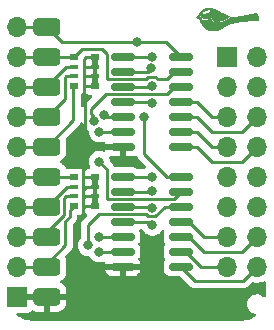
<source format=gbr>
%TF.GenerationSoftware,KiCad,Pcbnew,(6.0.9)*%
%TF.CreationDate,2022-12-02T16:15:21-08:00*%
%TF.ProjectId,Byte4066,42797465-3430-4363-962e-6b696361645f,rev?*%
%TF.SameCoordinates,Original*%
%TF.FileFunction,Copper,L1,Top*%
%TF.FilePolarity,Positive*%
%FSLAX46Y46*%
G04 Gerber Fmt 4.6, Leading zero omitted, Abs format (unit mm)*
G04 Created by KiCad (PCBNEW (6.0.9)) date 2022-12-02 16:15:21*
%MOMM*%
%LPD*%
G01*
G04 APERTURE LIST*
G04 Aperture macros list*
%AMRoundRect*
0 Rectangle with rounded corners*
0 $1 Rounding radius*
0 $2 $3 $4 $5 $6 $7 $8 $9 X,Y pos of 4 corners*
0 Add a 4 corners polygon primitive as box body*
4,1,4,$2,$3,$4,$5,$6,$7,$8,$9,$2,$3,0*
0 Add four circle primitives for the rounded corners*
1,1,$1+$1,$2,$3*
1,1,$1+$1,$4,$5*
1,1,$1+$1,$6,$7*
1,1,$1+$1,$8,$9*
0 Add four rect primitives between the rounded corners*
20,1,$1+$1,$2,$3,$4,$5,0*
20,1,$1+$1,$4,$5,$6,$7,0*
20,1,$1+$1,$6,$7,$8,$9,0*
20,1,$1+$1,$8,$9,$2,$3,0*%
G04 Aperture macros list end*
%TA.AperFunction,EtchedComponent*%
%ADD10C,0.010000*%
%TD*%
%TA.AperFunction,SMDPad,CuDef*%
%ADD11RoundRect,0.381000X0.762000X0.381000X-0.762000X0.381000X-0.762000X-0.381000X0.762000X-0.381000X0*%
%TD*%
%TA.AperFunction,ComponentPad*%
%ADD12R,1.700000X1.700000*%
%TD*%
%TA.AperFunction,ComponentPad*%
%ADD13O,1.700000X1.700000*%
%TD*%
%TA.AperFunction,SMDPad,CuDef*%
%ADD14R,0.800000X0.500000*%
%TD*%
%TA.AperFunction,SMDPad,CuDef*%
%ADD15R,0.800000X0.400000*%
%TD*%
%TA.AperFunction,SMDPad,CuDef*%
%ADD16RoundRect,0.150000X-0.825000X-0.150000X0.825000X-0.150000X0.825000X0.150000X-0.825000X0.150000X0*%
%TD*%
%TA.AperFunction,ViaPad*%
%ADD17C,0.800000*%
%TD*%
%TA.AperFunction,Conductor*%
%ADD18C,0.250000*%
%TD*%
G04 APERTURE END LIST*
%TO.C,G\u002A\u002A\u002A*%
G36*
X150897890Y-87308476D02*
G01*
X150919607Y-87308821D01*
X150938555Y-87309540D01*
X150955765Y-87310719D01*
X150972270Y-87312441D01*
X150989101Y-87314790D01*
X151007292Y-87317850D01*
X151022352Y-87320645D01*
X151062711Y-87329396D01*
X151104606Y-87340414D01*
X151146059Y-87353125D01*
X151185093Y-87366957D01*
X151192895Y-87369990D01*
X151222503Y-87381780D01*
X151251560Y-87393531D01*
X151280332Y-87405368D01*
X151309083Y-87417414D01*
X151338081Y-87429793D01*
X151367591Y-87442628D01*
X151397879Y-87456043D01*
X151429210Y-87470162D01*
X151461851Y-87485109D01*
X151496067Y-87501008D01*
X151532124Y-87517981D01*
X151570288Y-87536153D01*
X151610824Y-87555648D01*
X151653999Y-87576589D01*
X151700078Y-87599100D01*
X151749327Y-87623305D01*
X151802013Y-87649327D01*
X151858399Y-87677290D01*
X151918754Y-87707318D01*
X151934333Y-87715083D01*
X151986341Y-87740963D01*
X152034400Y-87764774D01*
X152078855Y-87786675D01*
X152120050Y-87806825D01*
X152158331Y-87825383D01*
X152194043Y-87842509D01*
X152227531Y-87858361D01*
X152259140Y-87873099D01*
X152289214Y-87886882D01*
X152318099Y-87899869D01*
X152346140Y-87912221D01*
X152373682Y-87924095D01*
X152401069Y-87935651D01*
X152428648Y-87947048D01*
X152456761Y-87958446D01*
X152485756Y-87970004D01*
X152491784Y-87972386D01*
X152509241Y-87979341D01*
X152525202Y-87985833D01*
X152539121Y-87991627D01*
X152550450Y-87996492D01*
X152558645Y-88000195D01*
X152563158Y-88002503D01*
X152563869Y-88003075D01*
X152562563Y-88005832D01*
X152558180Y-88011251D01*
X152551270Y-88018795D01*
X152542385Y-88027924D01*
X152532075Y-88038099D01*
X152520890Y-88048782D01*
X152509380Y-88059433D01*
X152498096Y-88069515D01*
X152487588Y-88078487D01*
X152483204Y-88082062D01*
X152432211Y-88120188D01*
X152376855Y-88156379D01*
X152317225Y-88190598D01*
X152253406Y-88222810D01*
X152185487Y-88252978D01*
X152113555Y-88281066D01*
X152037696Y-88307040D01*
X151957998Y-88330862D01*
X151874549Y-88352496D01*
X151787435Y-88371907D01*
X151773467Y-88374744D01*
X151713669Y-88385927D01*
X151657688Y-88394711D01*
X151605154Y-88401122D01*
X151555698Y-88405187D01*
X151508950Y-88406931D01*
X151464542Y-88406382D01*
X151422103Y-88403567D01*
X151402375Y-88401425D01*
X151357479Y-88394163D01*
X151316093Y-88383835D01*
X151278274Y-88370475D01*
X151244079Y-88354116D01*
X151213565Y-88334792D01*
X151186788Y-88312535D01*
X151163805Y-88287379D01*
X151144673Y-88259357D01*
X151137520Y-88246186D01*
X151128869Y-88227070D01*
X151121870Y-88206992D01*
X151116258Y-88184947D01*
X151111770Y-88159928D01*
X151108778Y-88136810D01*
X151107017Y-88121104D01*
X151059847Y-88116992D01*
X151045104Y-88115714D01*
X151031916Y-88114583D01*
X151021079Y-88113667D01*
X151013388Y-88113033D01*
X151009639Y-88112747D01*
X151009510Y-88112741D01*
X151007469Y-88111313D01*
X151007773Y-88110286D01*
X151006528Y-88109251D01*
X151001914Y-88108987D01*
X150995321Y-88109379D01*
X150988137Y-88110312D01*
X150981751Y-88111672D01*
X150978810Y-88112675D01*
X150975033Y-88113715D01*
X150967280Y-88115402D01*
X150956345Y-88117577D01*
X150943022Y-88120085D01*
X150928107Y-88122768D01*
X150924381Y-88123420D01*
X150868505Y-88132682D01*
X150815420Y-88140481D01*
X150763382Y-88147048D01*
X150710652Y-88152618D01*
X150694571Y-88154116D01*
X150679191Y-88155209D01*
X150660536Y-88156055D01*
X150639533Y-88156653D01*
X150617109Y-88157003D01*
X150594192Y-88157105D01*
X150571706Y-88156958D01*
X150550581Y-88156562D01*
X150531741Y-88155917D01*
X150516114Y-88155022D01*
X150507095Y-88154190D01*
X150457156Y-88147570D01*
X150408568Y-88139418D01*
X150360046Y-88129468D01*
X150310304Y-88117450D01*
X150258055Y-88103096D01*
X150247445Y-88099996D01*
X150231948Y-88095341D01*
X150220529Y-88091674D01*
X150212586Y-88088756D01*
X150207514Y-88086346D01*
X150204714Y-88084204D01*
X150203722Y-88082578D01*
X150203066Y-88079072D01*
X150201989Y-88071328D01*
X150200557Y-88059920D01*
X150198841Y-88045422D01*
X150196906Y-88028409D01*
X150194823Y-88009456D01*
X150192704Y-87989582D01*
X150190241Y-87965806D01*
X150188316Y-87946429D01*
X150186901Y-87931043D01*
X150185968Y-87919244D01*
X150185489Y-87910623D01*
X150185436Y-87904776D01*
X150185783Y-87901294D01*
X150186500Y-87899773D01*
X150186565Y-87899728D01*
X150190819Y-87898159D01*
X150197571Y-87896623D01*
X150199605Y-87896280D01*
X150207317Y-87894889D01*
X150219009Y-87892518D01*
X150233961Y-87889332D01*
X150251451Y-87885495D01*
X150270760Y-87881171D01*
X150291165Y-87876523D01*
X150311946Y-87871716D01*
X150332383Y-87866914D01*
X150351754Y-87862280D01*
X150369339Y-87857979D01*
X150382514Y-87854664D01*
X150452888Y-87835903D01*
X150518710Y-87816815D01*
X150580260Y-87797305D01*
X150637819Y-87777280D01*
X150691666Y-87756646D01*
X150742082Y-87735309D01*
X150750210Y-87731661D01*
X150798672Y-87708036D01*
X150848023Y-87680787D01*
X150897083Y-87650663D01*
X150944673Y-87618417D01*
X150989616Y-87584797D01*
X151019933Y-87559939D01*
X151032045Y-87549405D01*
X151044616Y-87538151D01*
X151057155Y-87526653D01*
X151069170Y-87515384D01*
X151080171Y-87504818D01*
X151089665Y-87495429D01*
X151097161Y-87487691D01*
X151102168Y-87482077D01*
X151104194Y-87479062D01*
X151104151Y-87478738D01*
X151100610Y-87476991D01*
X151093091Y-87474332D01*
X151082321Y-87470973D01*
X151069025Y-87467129D01*
X151053931Y-87463015D01*
X151037765Y-87458845D01*
X151030819Y-87457125D01*
X150982885Y-87447245D01*
X150934747Y-87441066D01*
X150885937Y-87438600D01*
X150835987Y-87439860D01*
X150784427Y-87444857D01*
X150730790Y-87453605D01*
X150674605Y-87466115D01*
X150673269Y-87466449D01*
X150616150Y-87482728D01*
X150561384Y-87502221D01*
X150509173Y-87524771D01*
X150459722Y-87550220D01*
X150413232Y-87578411D01*
X150369907Y-87609186D01*
X150329950Y-87642388D01*
X150293562Y-87677858D01*
X150260948Y-87715440D01*
X150232311Y-87754977D01*
X150207852Y-87796309D01*
X150187775Y-87839281D01*
X150185373Y-87845296D01*
X150177804Y-87864648D01*
X150076354Y-87961202D01*
X150057831Y-87978846D01*
X150040380Y-87995497D01*
X150024311Y-88010857D01*
X150009936Y-88024627D01*
X149997566Y-88036508D01*
X149987512Y-88046202D01*
X149980085Y-88053409D01*
X149975596Y-88057832D01*
X149974324Y-88059174D01*
X149976351Y-88060404D01*
X149982387Y-88063401D01*
X149992016Y-88067971D01*
X150004824Y-88073924D01*
X150020395Y-88081069D01*
X150038314Y-88089213D01*
X150058164Y-88098165D01*
X150079531Y-88107735D01*
X150084640Y-88110013D01*
X150195536Y-88159436D01*
X150207083Y-88200728D01*
X150212641Y-88219900D01*
X150219390Y-88242059D01*
X150226912Y-88265919D01*
X150234791Y-88290195D01*
X150242611Y-88313602D01*
X150249953Y-88334855D01*
X150256122Y-88351919D01*
X150259858Y-88361304D01*
X150262957Y-88367115D01*
X150266150Y-88370417D01*
X150270055Y-88372241D01*
X150275062Y-88373040D01*
X150284196Y-88373683D01*
X150296750Y-88374172D01*
X150312014Y-88374507D01*
X150329280Y-88374690D01*
X150347842Y-88374724D01*
X150366989Y-88374608D01*
X150386014Y-88374345D01*
X150404209Y-88373937D01*
X150420866Y-88373384D01*
X150435276Y-88372689D01*
X150446619Y-88371863D01*
X150558351Y-88359774D01*
X150626838Y-88350603D01*
X150656132Y-88346189D01*
X150681379Y-88341868D01*
X150703360Y-88337428D01*
X150722857Y-88332653D01*
X150740651Y-88327331D01*
X150757523Y-88321246D01*
X150774255Y-88314184D01*
X150791628Y-88305933D01*
X150793752Y-88304873D01*
X150832076Y-88283252D01*
X150869659Y-88257307D01*
X150905869Y-88227553D01*
X150940073Y-88194502D01*
X150967363Y-88163880D01*
X150980019Y-88148635D01*
X150980019Y-88156987D01*
X150980712Y-88167188D01*
X150982625Y-88180800D01*
X150985512Y-88196624D01*
X150989127Y-88213462D01*
X150993222Y-88230114D01*
X150997550Y-88245381D01*
X150999405Y-88251173D01*
X151015445Y-88291904D01*
X151035322Y-88329716D01*
X151058978Y-88364558D01*
X151086350Y-88396374D01*
X151117380Y-88425111D01*
X151152006Y-88450717D01*
X151190168Y-88473137D01*
X151231805Y-88492319D01*
X151276857Y-88508209D01*
X151296914Y-88513923D01*
X151332741Y-88522339D01*
X151369615Y-88528721D01*
X151408407Y-88533166D01*
X151449988Y-88535775D01*
X151495228Y-88536646D01*
X151496486Y-88536647D01*
X151531578Y-88536229D01*
X151565663Y-88534929D01*
X151599533Y-88532658D01*
X151633982Y-88529326D01*
X151669803Y-88524845D01*
X151707790Y-88519126D01*
X151748735Y-88512080D01*
X151793433Y-88503618D01*
X151796448Y-88503025D01*
X151881094Y-88484934D01*
X151963037Y-88464615D01*
X152042112Y-88442142D01*
X152118153Y-88417591D01*
X152190995Y-88391036D01*
X152260474Y-88362553D01*
X152326424Y-88332216D01*
X152388680Y-88300101D01*
X152447077Y-88266282D01*
X152501450Y-88230834D01*
X152551633Y-88193833D01*
X152597462Y-88155352D01*
X152629810Y-88124632D01*
X152640875Y-88113214D01*
X152652189Y-88101029D01*
X152662638Y-88089311D01*
X152671104Y-88079294D01*
X152673352Y-88076469D01*
X152680273Y-88067594D01*
X152686408Y-88059754D01*
X152690943Y-88053989D01*
X152692705Y-88051775D01*
X152694587Y-88049749D01*
X152696870Y-88048686D01*
X152700577Y-88048591D01*
X152706727Y-88049470D01*
X152716345Y-88051329D01*
X152719314Y-88051929D01*
X152790473Y-88063886D01*
X152862069Y-88071051D01*
X152934224Y-88073432D01*
X153007057Y-88071035D01*
X153018067Y-88070262D01*
X153075880Y-88065415D01*
X153138159Y-88059221D01*
X153204730Y-88051710D01*
X153275420Y-88042912D01*
X153350056Y-88032858D01*
X153428464Y-88021576D01*
X153510473Y-88009097D01*
X153595908Y-87995450D01*
X153684598Y-87980667D01*
X153776368Y-87964776D01*
X153871045Y-87947808D01*
X153968458Y-87929792D01*
X154068432Y-87910758D01*
X154170795Y-87890737D01*
X154275373Y-87869759D01*
X154381995Y-87847852D01*
X154490485Y-87825048D01*
X154600672Y-87801376D01*
X154705352Y-87778423D01*
X154735862Y-87771666D01*
X154762069Y-87765983D01*
X154784406Y-87761466D01*
X154803307Y-87758208D01*
X154819208Y-87756300D01*
X154832541Y-87755835D01*
X154843740Y-87756905D01*
X154853240Y-87759603D01*
X154861475Y-87764020D01*
X154868879Y-87770249D01*
X154875886Y-87778382D01*
X154882929Y-87788511D01*
X154890443Y-87800729D01*
X154898862Y-87815128D01*
X154901797Y-87820174D01*
X154927352Y-87865278D01*
X154951306Y-87910021D01*
X154973386Y-87953833D01*
X154993323Y-87996142D01*
X155010844Y-88036379D01*
X155025680Y-88073973D01*
X155035187Y-88101018D01*
X155045789Y-88136958D01*
X155053137Y-88170498D01*
X155057251Y-88201481D01*
X155058150Y-88229750D01*
X155055853Y-88255150D01*
X155050378Y-88277523D01*
X155041744Y-88296713D01*
X155029969Y-88312563D01*
X155015074Y-88324917D01*
X155007857Y-88329043D01*
X155000908Y-88332306D01*
X154993331Y-88335302D01*
X154984879Y-88338051D01*
X154975307Y-88340572D01*
X154964372Y-88342884D01*
X154951826Y-88345007D01*
X154937427Y-88346960D01*
X154920927Y-88348761D01*
X154902084Y-88350431D01*
X154880650Y-88351989D01*
X154856383Y-88353454D01*
X154829035Y-88354845D01*
X154798363Y-88356181D01*
X154764121Y-88357483D01*
X154726065Y-88358769D01*
X154683949Y-88360058D01*
X154637529Y-88361370D01*
X154586558Y-88362724D01*
X154577143Y-88362967D01*
X154493433Y-88365256D01*
X154414179Y-88367711D01*
X154338999Y-88370352D01*
X154267513Y-88373202D01*
X154199340Y-88376281D01*
X154134099Y-88379609D01*
X154071411Y-88383209D01*
X154010893Y-88387101D01*
X153952165Y-88391306D01*
X153894847Y-88395846D01*
X153838558Y-88400740D01*
X153782917Y-88406011D01*
X153764343Y-88407866D01*
X153676092Y-88417350D01*
X153590744Y-88427702D01*
X153507787Y-88439038D01*
X153426707Y-88451474D01*
X153346991Y-88465127D01*
X153268125Y-88480112D01*
X153189598Y-88496546D01*
X153110894Y-88514545D01*
X153031502Y-88534225D01*
X152950908Y-88555703D01*
X152868599Y-88579095D01*
X152784062Y-88604516D01*
X152696783Y-88632083D01*
X152606249Y-88661912D01*
X152534257Y-88686406D01*
X152500067Y-88698412D01*
X152467474Y-88710361D01*
X152436018Y-88722474D01*
X152405241Y-88734971D01*
X152374683Y-88748070D01*
X152343886Y-88761991D01*
X152312390Y-88776955D01*
X152279736Y-88793180D01*
X152245466Y-88810887D01*
X152209120Y-88830295D01*
X152170239Y-88851623D01*
X152128365Y-88875092D01*
X152083038Y-88900920D01*
X152068590Y-88909224D01*
X152028393Y-88932353D01*
X151992070Y-88953218D01*
X151959315Y-88971989D01*
X151929820Y-88988834D01*
X151903279Y-89003923D01*
X151879386Y-89017425D01*
X151857832Y-89029510D01*
X151838311Y-89040347D01*
X151820516Y-89050105D01*
X151804140Y-89058953D01*
X151788876Y-89067061D01*
X151774417Y-89074598D01*
X151760457Y-89081734D01*
X151746687Y-89088637D01*
X151732802Y-89095478D01*
X151718494Y-89102425D01*
X151717239Y-89103031D01*
X151670995Y-89124588D01*
X151627371Y-89143276D01*
X151585428Y-89159365D01*
X151544223Y-89173123D01*
X151502818Y-89184819D01*
X151460270Y-89194722D01*
X151415639Y-89203101D01*
X151367985Y-89210226D01*
X151323524Y-89215592D01*
X151295419Y-89218170D01*
X151263913Y-89220200D01*
X151230417Y-89221643D01*
X151196340Y-89222463D01*
X151163094Y-89222622D01*
X151132088Y-89222082D01*
X151111857Y-89221234D01*
X151057311Y-89216679D01*
X151002141Y-89209053D01*
X150947162Y-89198561D01*
X150893189Y-89185409D01*
X150841036Y-89169801D01*
X150791518Y-89151941D01*
X150745451Y-89132036D01*
X150733034Y-89126000D01*
X150677505Y-89095655D01*
X150623181Y-89060709D01*
X150570159Y-89021270D01*
X150518534Y-88977446D01*
X150468402Y-88929345D01*
X150419859Y-88877076D01*
X150373001Y-88820746D01*
X150327924Y-88760465D01*
X150284723Y-88696339D01*
X150243495Y-88628477D01*
X150204335Y-88556987D01*
X150173415Y-88494852D01*
X150160840Y-88467482D01*
X150148757Y-88439118D01*
X150136818Y-88408873D01*
X150124676Y-88375861D01*
X150111984Y-88339197D01*
X150109005Y-88330315D01*
X150103746Y-88314237D01*
X150098189Y-88296690D01*
X150092577Y-88278490D01*
X150087149Y-88260456D01*
X150082149Y-88243405D01*
X150077818Y-88228156D01*
X150074397Y-88215525D01*
X150072129Y-88206330D01*
X150071573Y-88203669D01*
X150070086Y-88195741D01*
X149929779Y-88139122D01*
X149905107Y-88129148D01*
X149881788Y-88119687D01*
X149860205Y-88110897D01*
X149840741Y-88102934D01*
X149823781Y-88095958D01*
X149809707Y-88090125D01*
X149798904Y-88085595D01*
X149791754Y-88082524D01*
X149788641Y-88081070D01*
X149788539Y-88080993D01*
X149790144Y-88079176D01*
X149795082Y-88074406D01*
X149803071Y-88066941D01*
X149813825Y-88057039D01*
X149827061Y-88044960D01*
X149842494Y-88030962D01*
X149859841Y-88015303D01*
X149878816Y-87998243D01*
X149899137Y-87980039D01*
X149916539Y-87964499D01*
X149941236Y-87942467D01*
X149962571Y-87923409D01*
X149980798Y-87907080D01*
X149996170Y-87893239D01*
X150008940Y-87881642D01*
X150019361Y-87872046D01*
X150027686Y-87864209D01*
X150034169Y-87857887D01*
X150039062Y-87852839D01*
X150042619Y-87848820D01*
X150045092Y-87845588D01*
X150046736Y-87842901D01*
X150047802Y-87840515D01*
X150048545Y-87838187D01*
X150048671Y-87837730D01*
X150053066Y-87823639D01*
X150059307Y-87806530D01*
X150066899Y-87787617D01*
X150075342Y-87768114D01*
X150084141Y-87749235D01*
X150088663Y-87740123D01*
X150110913Y-87700208D01*
X150136441Y-87661722D01*
X150165714Y-87624028D01*
X150199199Y-87586488D01*
X150208212Y-87577125D01*
X150246275Y-87540413D01*
X150285552Y-87507167D01*
X150326870Y-87476793D01*
X150371052Y-87448696D01*
X150418924Y-87422283D01*
X150433314Y-87415002D01*
X150479980Y-87393147D01*
X150526618Y-87374060D01*
X150574071Y-87357485D01*
X150623182Y-87343166D01*
X150674792Y-87330846D01*
X150729745Y-87320269D01*
X150761609Y-87315116D01*
X150775211Y-87313114D01*
X150787093Y-87311560D01*
X150798213Y-87310397D01*
X150809528Y-87309566D01*
X150821995Y-87309011D01*
X150836570Y-87308672D01*
X150854211Y-87308493D01*
X150872371Y-87308423D01*
X150897890Y-87308476D01*
G37*
D10*
X150897890Y-87308476D02*
X150919607Y-87308821D01*
X150938555Y-87309540D01*
X150955765Y-87310719D01*
X150972270Y-87312441D01*
X150989101Y-87314790D01*
X151007292Y-87317850D01*
X151022352Y-87320645D01*
X151062711Y-87329396D01*
X151104606Y-87340414D01*
X151146059Y-87353125D01*
X151185093Y-87366957D01*
X151192895Y-87369990D01*
X151222503Y-87381780D01*
X151251560Y-87393531D01*
X151280332Y-87405368D01*
X151309083Y-87417414D01*
X151338081Y-87429793D01*
X151367591Y-87442628D01*
X151397879Y-87456043D01*
X151429210Y-87470162D01*
X151461851Y-87485109D01*
X151496067Y-87501008D01*
X151532124Y-87517981D01*
X151570288Y-87536153D01*
X151610824Y-87555648D01*
X151653999Y-87576589D01*
X151700078Y-87599100D01*
X151749327Y-87623305D01*
X151802013Y-87649327D01*
X151858399Y-87677290D01*
X151918754Y-87707318D01*
X151934333Y-87715083D01*
X151986341Y-87740963D01*
X152034400Y-87764774D01*
X152078855Y-87786675D01*
X152120050Y-87806825D01*
X152158331Y-87825383D01*
X152194043Y-87842509D01*
X152227531Y-87858361D01*
X152259140Y-87873099D01*
X152289214Y-87886882D01*
X152318099Y-87899869D01*
X152346140Y-87912221D01*
X152373682Y-87924095D01*
X152401069Y-87935651D01*
X152428648Y-87947048D01*
X152456761Y-87958446D01*
X152485756Y-87970004D01*
X152491784Y-87972386D01*
X152509241Y-87979341D01*
X152525202Y-87985833D01*
X152539121Y-87991627D01*
X152550450Y-87996492D01*
X152558645Y-88000195D01*
X152563158Y-88002503D01*
X152563869Y-88003075D01*
X152562563Y-88005832D01*
X152558180Y-88011251D01*
X152551270Y-88018795D01*
X152542385Y-88027924D01*
X152532075Y-88038099D01*
X152520890Y-88048782D01*
X152509380Y-88059433D01*
X152498096Y-88069515D01*
X152487588Y-88078487D01*
X152483204Y-88082062D01*
X152432211Y-88120188D01*
X152376855Y-88156379D01*
X152317225Y-88190598D01*
X152253406Y-88222810D01*
X152185487Y-88252978D01*
X152113555Y-88281066D01*
X152037696Y-88307040D01*
X151957998Y-88330862D01*
X151874549Y-88352496D01*
X151787435Y-88371907D01*
X151773467Y-88374744D01*
X151713669Y-88385927D01*
X151657688Y-88394711D01*
X151605154Y-88401122D01*
X151555698Y-88405187D01*
X151508950Y-88406931D01*
X151464542Y-88406382D01*
X151422103Y-88403567D01*
X151402375Y-88401425D01*
X151357479Y-88394163D01*
X151316093Y-88383835D01*
X151278274Y-88370475D01*
X151244079Y-88354116D01*
X151213565Y-88334792D01*
X151186788Y-88312535D01*
X151163805Y-88287379D01*
X151144673Y-88259357D01*
X151137520Y-88246186D01*
X151128869Y-88227070D01*
X151121870Y-88206992D01*
X151116258Y-88184947D01*
X151111770Y-88159928D01*
X151108778Y-88136810D01*
X151107017Y-88121104D01*
X151059847Y-88116992D01*
X151045104Y-88115714D01*
X151031916Y-88114583D01*
X151021079Y-88113667D01*
X151013388Y-88113033D01*
X151009639Y-88112747D01*
X151009510Y-88112741D01*
X151007469Y-88111313D01*
X151007773Y-88110286D01*
X151006528Y-88109251D01*
X151001914Y-88108987D01*
X150995321Y-88109379D01*
X150988137Y-88110312D01*
X150981751Y-88111672D01*
X150978810Y-88112675D01*
X150975033Y-88113715D01*
X150967280Y-88115402D01*
X150956345Y-88117577D01*
X150943022Y-88120085D01*
X150928107Y-88122768D01*
X150924381Y-88123420D01*
X150868505Y-88132682D01*
X150815420Y-88140481D01*
X150763382Y-88147048D01*
X150710652Y-88152618D01*
X150694571Y-88154116D01*
X150679191Y-88155209D01*
X150660536Y-88156055D01*
X150639533Y-88156653D01*
X150617109Y-88157003D01*
X150594192Y-88157105D01*
X150571706Y-88156958D01*
X150550581Y-88156562D01*
X150531741Y-88155917D01*
X150516114Y-88155022D01*
X150507095Y-88154190D01*
X150457156Y-88147570D01*
X150408568Y-88139418D01*
X150360046Y-88129468D01*
X150310304Y-88117450D01*
X150258055Y-88103096D01*
X150247445Y-88099996D01*
X150231948Y-88095341D01*
X150220529Y-88091674D01*
X150212586Y-88088756D01*
X150207514Y-88086346D01*
X150204714Y-88084204D01*
X150203722Y-88082578D01*
X150203066Y-88079072D01*
X150201989Y-88071328D01*
X150200557Y-88059920D01*
X150198841Y-88045422D01*
X150196906Y-88028409D01*
X150194823Y-88009456D01*
X150192704Y-87989582D01*
X150190241Y-87965806D01*
X150188316Y-87946429D01*
X150186901Y-87931043D01*
X150185968Y-87919244D01*
X150185489Y-87910623D01*
X150185436Y-87904776D01*
X150185783Y-87901294D01*
X150186500Y-87899773D01*
X150186565Y-87899728D01*
X150190819Y-87898159D01*
X150197571Y-87896623D01*
X150199605Y-87896280D01*
X150207317Y-87894889D01*
X150219009Y-87892518D01*
X150233961Y-87889332D01*
X150251451Y-87885495D01*
X150270760Y-87881171D01*
X150291165Y-87876523D01*
X150311946Y-87871716D01*
X150332383Y-87866914D01*
X150351754Y-87862280D01*
X150369339Y-87857979D01*
X150382514Y-87854664D01*
X150452888Y-87835903D01*
X150518710Y-87816815D01*
X150580260Y-87797305D01*
X150637819Y-87777280D01*
X150691666Y-87756646D01*
X150742082Y-87735309D01*
X150750210Y-87731661D01*
X150798672Y-87708036D01*
X150848023Y-87680787D01*
X150897083Y-87650663D01*
X150944673Y-87618417D01*
X150989616Y-87584797D01*
X151019933Y-87559939D01*
X151032045Y-87549405D01*
X151044616Y-87538151D01*
X151057155Y-87526653D01*
X151069170Y-87515384D01*
X151080171Y-87504818D01*
X151089665Y-87495429D01*
X151097161Y-87487691D01*
X151102168Y-87482077D01*
X151104194Y-87479062D01*
X151104151Y-87478738D01*
X151100610Y-87476991D01*
X151093091Y-87474332D01*
X151082321Y-87470973D01*
X151069025Y-87467129D01*
X151053931Y-87463015D01*
X151037765Y-87458845D01*
X151030819Y-87457125D01*
X150982885Y-87447245D01*
X150934747Y-87441066D01*
X150885937Y-87438600D01*
X150835987Y-87439860D01*
X150784427Y-87444857D01*
X150730790Y-87453605D01*
X150674605Y-87466115D01*
X150673269Y-87466449D01*
X150616150Y-87482728D01*
X150561384Y-87502221D01*
X150509173Y-87524771D01*
X150459722Y-87550220D01*
X150413232Y-87578411D01*
X150369907Y-87609186D01*
X150329950Y-87642388D01*
X150293562Y-87677858D01*
X150260948Y-87715440D01*
X150232311Y-87754977D01*
X150207852Y-87796309D01*
X150187775Y-87839281D01*
X150185373Y-87845296D01*
X150177804Y-87864648D01*
X150076354Y-87961202D01*
X150057831Y-87978846D01*
X150040380Y-87995497D01*
X150024311Y-88010857D01*
X150009936Y-88024627D01*
X149997566Y-88036508D01*
X149987512Y-88046202D01*
X149980085Y-88053409D01*
X149975596Y-88057832D01*
X149974324Y-88059174D01*
X149976351Y-88060404D01*
X149982387Y-88063401D01*
X149992016Y-88067971D01*
X150004824Y-88073924D01*
X150020395Y-88081069D01*
X150038314Y-88089213D01*
X150058164Y-88098165D01*
X150079531Y-88107735D01*
X150084640Y-88110013D01*
X150195536Y-88159436D01*
X150207083Y-88200728D01*
X150212641Y-88219900D01*
X150219390Y-88242059D01*
X150226912Y-88265919D01*
X150234791Y-88290195D01*
X150242611Y-88313602D01*
X150249953Y-88334855D01*
X150256122Y-88351919D01*
X150259858Y-88361304D01*
X150262957Y-88367115D01*
X150266150Y-88370417D01*
X150270055Y-88372241D01*
X150275062Y-88373040D01*
X150284196Y-88373683D01*
X150296750Y-88374172D01*
X150312014Y-88374507D01*
X150329280Y-88374690D01*
X150347842Y-88374724D01*
X150366989Y-88374608D01*
X150386014Y-88374345D01*
X150404209Y-88373937D01*
X150420866Y-88373384D01*
X150435276Y-88372689D01*
X150446619Y-88371863D01*
X150558351Y-88359774D01*
X150626838Y-88350603D01*
X150656132Y-88346189D01*
X150681379Y-88341868D01*
X150703360Y-88337428D01*
X150722857Y-88332653D01*
X150740651Y-88327331D01*
X150757523Y-88321246D01*
X150774255Y-88314184D01*
X150791628Y-88305933D01*
X150793752Y-88304873D01*
X150832076Y-88283252D01*
X150869659Y-88257307D01*
X150905869Y-88227553D01*
X150940073Y-88194502D01*
X150967363Y-88163880D01*
X150980019Y-88148635D01*
X150980019Y-88156987D01*
X150980712Y-88167188D01*
X150982625Y-88180800D01*
X150985512Y-88196624D01*
X150989127Y-88213462D01*
X150993222Y-88230114D01*
X150997550Y-88245381D01*
X150999405Y-88251173D01*
X151015445Y-88291904D01*
X151035322Y-88329716D01*
X151058978Y-88364558D01*
X151086350Y-88396374D01*
X151117380Y-88425111D01*
X151152006Y-88450717D01*
X151190168Y-88473137D01*
X151231805Y-88492319D01*
X151276857Y-88508209D01*
X151296914Y-88513923D01*
X151332741Y-88522339D01*
X151369615Y-88528721D01*
X151408407Y-88533166D01*
X151449988Y-88535775D01*
X151495228Y-88536646D01*
X151496486Y-88536647D01*
X151531578Y-88536229D01*
X151565663Y-88534929D01*
X151599533Y-88532658D01*
X151633982Y-88529326D01*
X151669803Y-88524845D01*
X151707790Y-88519126D01*
X151748735Y-88512080D01*
X151793433Y-88503618D01*
X151796448Y-88503025D01*
X151881094Y-88484934D01*
X151963037Y-88464615D01*
X152042112Y-88442142D01*
X152118153Y-88417591D01*
X152190995Y-88391036D01*
X152260474Y-88362553D01*
X152326424Y-88332216D01*
X152388680Y-88300101D01*
X152447077Y-88266282D01*
X152501450Y-88230834D01*
X152551633Y-88193833D01*
X152597462Y-88155352D01*
X152629810Y-88124632D01*
X152640875Y-88113214D01*
X152652189Y-88101029D01*
X152662638Y-88089311D01*
X152671104Y-88079294D01*
X152673352Y-88076469D01*
X152680273Y-88067594D01*
X152686408Y-88059754D01*
X152690943Y-88053989D01*
X152692705Y-88051775D01*
X152694587Y-88049749D01*
X152696870Y-88048686D01*
X152700577Y-88048591D01*
X152706727Y-88049470D01*
X152716345Y-88051329D01*
X152719314Y-88051929D01*
X152790473Y-88063886D01*
X152862069Y-88071051D01*
X152934224Y-88073432D01*
X153007057Y-88071035D01*
X153018067Y-88070262D01*
X153075880Y-88065415D01*
X153138159Y-88059221D01*
X153204730Y-88051710D01*
X153275420Y-88042912D01*
X153350056Y-88032858D01*
X153428464Y-88021576D01*
X153510473Y-88009097D01*
X153595908Y-87995450D01*
X153684598Y-87980667D01*
X153776368Y-87964776D01*
X153871045Y-87947808D01*
X153968458Y-87929792D01*
X154068432Y-87910758D01*
X154170795Y-87890737D01*
X154275373Y-87869759D01*
X154381995Y-87847852D01*
X154490485Y-87825048D01*
X154600672Y-87801376D01*
X154705352Y-87778423D01*
X154735862Y-87771666D01*
X154762069Y-87765983D01*
X154784406Y-87761466D01*
X154803307Y-87758208D01*
X154819208Y-87756300D01*
X154832541Y-87755835D01*
X154843740Y-87756905D01*
X154853240Y-87759603D01*
X154861475Y-87764020D01*
X154868879Y-87770249D01*
X154875886Y-87778382D01*
X154882929Y-87788511D01*
X154890443Y-87800729D01*
X154898862Y-87815128D01*
X154901797Y-87820174D01*
X154927352Y-87865278D01*
X154951306Y-87910021D01*
X154973386Y-87953833D01*
X154993323Y-87996142D01*
X155010844Y-88036379D01*
X155025680Y-88073973D01*
X155035187Y-88101018D01*
X155045789Y-88136958D01*
X155053137Y-88170498D01*
X155057251Y-88201481D01*
X155058150Y-88229750D01*
X155055853Y-88255150D01*
X155050378Y-88277523D01*
X155041744Y-88296713D01*
X155029969Y-88312563D01*
X155015074Y-88324917D01*
X155007857Y-88329043D01*
X155000908Y-88332306D01*
X154993331Y-88335302D01*
X154984879Y-88338051D01*
X154975307Y-88340572D01*
X154964372Y-88342884D01*
X154951826Y-88345007D01*
X154937427Y-88346960D01*
X154920927Y-88348761D01*
X154902084Y-88350431D01*
X154880650Y-88351989D01*
X154856383Y-88353454D01*
X154829035Y-88354845D01*
X154798363Y-88356181D01*
X154764121Y-88357483D01*
X154726065Y-88358769D01*
X154683949Y-88360058D01*
X154637529Y-88361370D01*
X154586558Y-88362724D01*
X154577143Y-88362967D01*
X154493433Y-88365256D01*
X154414179Y-88367711D01*
X154338999Y-88370352D01*
X154267513Y-88373202D01*
X154199340Y-88376281D01*
X154134099Y-88379609D01*
X154071411Y-88383209D01*
X154010893Y-88387101D01*
X153952165Y-88391306D01*
X153894847Y-88395846D01*
X153838558Y-88400740D01*
X153782917Y-88406011D01*
X153764343Y-88407866D01*
X153676092Y-88417350D01*
X153590744Y-88427702D01*
X153507787Y-88439038D01*
X153426707Y-88451474D01*
X153346991Y-88465127D01*
X153268125Y-88480112D01*
X153189598Y-88496546D01*
X153110894Y-88514545D01*
X153031502Y-88534225D01*
X152950908Y-88555703D01*
X152868599Y-88579095D01*
X152784062Y-88604516D01*
X152696783Y-88632083D01*
X152606249Y-88661912D01*
X152534257Y-88686406D01*
X152500067Y-88698412D01*
X152467474Y-88710361D01*
X152436018Y-88722474D01*
X152405241Y-88734971D01*
X152374683Y-88748070D01*
X152343886Y-88761991D01*
X152312390Y-88776955D01*
X152279736Y-88793180D01*
X152245466Y-88810887D01*
X152209120Y-88830295D01*
X152170239Y-88851623D01*
X152128365Y-88875092D01*
X152083038Y-88900920D01*
X152068590Y-88909224D01*
X152028393Y-88932353D01*
X151992070Y-88953218D01*
X151959315Y-88971989D01*
X151929820Y-88988834D01*
X151903279Y-89003923D01*
X151879386Y-89017425D01*
X151857832Y-89029510D01*
X151838311Y-89040347D01*
X151820516Y-89050105D01*
X151804140Y-89058953D01*
X151788876Y-89067061D01*
X151774417Y-89074598D01*
X151760457Y-89081734D01*
X151746687Y-89088637D01*
X151732802Y-89095478D01*
X151718494Y-89102425D01*
X151717239Y-89103031D01*
X151670995Y-89124588D01*
X151627371Y-89143276D01*
X151585428Y-89159365D01*
X151544223Y-89173123D01*
X151502818Y-89184819D01*
X151460270Y-89194722D01*
X151415639Y-89203101D01*
X151367985Y-89210226D01*
X151323524Y-89215592D01*
X151295419Y-89218170D01*
X151263913Y-89220200D01*
X151230417Y-89221643D01*
X151196340Y-89222463D01*
X151163094Y-89222622D01*
X151132088Y-89222082D01*
X151111857Y-89221234D01*
X151057311Y-89216679D01*
X151002141Y-89209053D01*
X150947162Y-89198561D01*
X150893189Y-89185409D01*
X150841036Y-89169801D01*
X150791518Y-89151941D01*
X150745451Y-89132036D01*
X150733034Y-89126000D01*
X150677505Y-89095655D01*
X150623181Y-89060709D01*
X150570159Y-89021270D01*
X150518534Y-88977446D01*
X150468402Y-88929345D01*
X150419859Y-88877076D01*
X150373001Y-88820746D01*
X150327924Y-88760465D01*
X150284723Y-88696339D01*
X150243495Y-88628477D01*
X150204335Y-88556987D01*
X150173415Y-88494852D01*
X150160840Y-88467482D01*
X150148757Y-88439118D01*
X150136818Y-88408873D01*
X150124676Y-88375861D01*
X150111984Y-88339197D01*
X150109005Y-88330315D01*
X150103746Y-88314237D01*
X150098189Y-88296690D01*
X150092577Y-88278490D01*
X150087149Y-88260456D01*
X150082149Y-88243405D01*
X150077818Y-88228156D01*
X150074397Y-88215525D01*
X150072129Y-88206330D01*
X150071573Y-88203669D01*
X150070086Y-88195741D01*
X149929779Y-88139122D01*
X149905107Y-88129148D01*
X149881788Y-88119687D01*
X149860205Y-88110897D01*
X149840741Y-88102934D01*
X149823781Y-88095958D01*
X149809707Y-88090125D01*
X149798904Y-88085595D01*
X149791754Y-88082524D01*
X149788641Y-88081070D01*
X149788539Y-88080993D01*
X149790144Y-88079176D01*
X149795082Y-88074406D01*
X149803071Y-88066941D01*
X149813825Y-88057039D01*
X149827061Y-88044960D01*
X149842494Y-88030962D01*
X149859841Y-88015303D01*
X149878816Y-87998243D01*
X149899137Y-87980039D01*
X149916539Y-87964499D01*
X149941236Y-87942467D01*
X149962571Y-87923409D01*
X149980798Y-87907080D01*
X149996170Y-87893239D01*
X150008940Y-87881642D01*
X150019361Y-87872046D01*
X150027686Y-87864209D01*
X150034169Y-87857887D01*
X150039062Y-87852839D01*
X150042619Y-87848820D01*
X150045092Y-87845588D01*
X150046736Y-87842901D01*
X150047802Y-87840515D01*
X150048545Y-87838187D01*
X150048671Y-87837730D01*
X150053066Y-87823639D01*
X150059307Y-87806530D01*
X150066899Y-87787617D01*
X150075342Y-87768114D01*
X150084141Y-87749235D01*
X150088663Y-87740123D01*
X150110913Y-87700208D01*
X150136441Y-87661722D01*
X150165714Y-87624028D01*
X150199199Y-87586488D01*
X150208212Y-87577125D01*
X150246275Y-87540413D01*
X150285552Y-87507167D01*
X150326870Y-87476793D01*
X150371052Y-87448696D01*
X150418924Y-87422283D01*
X150433314Y-87415002D01*
X150479980Y-87393147D01*
X150526618Y-87374060D01*
X150574071Y-87357485D01*
X150623182Y-87343166D01*
X150674792Y-87330846D01*
X150729745Y-87320269D01*
X150761609Y-87315116D01*
X150775211Y-87313114D01*
X150787093Y-87311560D01*
X150798213Y-87310397D01*
X150809528Y-87309566D01*
X150821995Y-87309011D01*
X150836570Y-87308672D01*
X150854211Y-87308493D01*
X150872371Y-87308423D01*
X150897890Y-87308476D01*
%TD*%
D11*
%TO.P,J3,1,Pin_1*%
%TO.N,GND*%
X137160000Y-111760000D03*
%TO.P,J3,2,Pin_2*%
%TO.N,/P0*%
X137160000Y-109220000D03*
%TO.P,J3,3,Pin_3*%
%TO.N,/P1*%
X137160000Y-106680000D03*
%TO.P,J3,4,Pin_4*%
%TO.N,/P2*%
X137160000Y-104140000D03*
%TO.P,J3,5,Pin_5*%
%TO.N,/P3*%
X137160000Y-101600000D03*
%TO.P,J3,6,Pin_6*%
%TO.N,/P4*%
X137160000Y-99060000D03*
%TO.P,J3,7,Pin_7*%
%TO.N,/P5*%
X137160000Y-96520000D03*
%TO.P,J3,8,Pin_8*%
%TO.N,/P6*%
X137160000Y-93980000D03*
%TO.P,J3,9,Pin_9*%
%TO.N,/P7*%
X137160000Y-91440000D03*
%TO.P,J3,10,Pin_10*%
%TO.N,VCC*%
X137160000Y-88900000D03*
%TD*%
D12*
%TO.P,J2,1,Pin_1*%
%TO.N,/7A*%
X152400000Y-91440000D03*
D13*
%TO.P,J2,2,Pin_2*%
%TO.N,/7B*%
X154940000Y-91440000D03*
%TO.P,J2,3,Pin_3*%
%TO.N,/6A*%
X152400000Y-93980000D03*
%TO.P,J2,4,Pin_4*%
%TO.N,/6B*%
X154940000Y-93980000D03*
%TO.P,J2,5,Pin_5*%
%TO.N,/5A*%
X152400000Y-96520000D03*
%TO.P,J2,6,Pin_6*%
%TO.N,/5B*%
X154940000Y-96520000D03*
%TO.P,J2,7,Pin_7*%
%TO.N,/4A*%
X152400000Y-99060000D03*
%TO.P,J2,8,Pin_8*%
%TO.N,/4B*%
X154940000Y-99060000D03*
%TO.P,J2,9,Pin_9*%
%TO.N,/3A*%
X152400000Y-101600000D03*
%TO.P,J2,10,Pin_10*%
%TO.N,/3B*%
X154940000Y-101600000D03*
%TO.P,J2,11,Pin_11*%
%TO.N,/2A*%
X152400000Y-104140000D03*
%TO.P,J2,12,Pin_12*%
%TO.N,/2B*%
X154940000Y-104140000D03*
%TO.P,J2,13,Pin_13*%
%TO.N,/1A*%
X152400000Y-106680000D03*
%TO.P,J2,14,Pin_14*%
%TO.N,/1B*%
X154940000Y-106680000D03*
%TO.P,J2,15,Pin_15*%
%TO.N,/0A*%
X152400000Y-109220000D03*
%TO.P,J2,16,Pin_16*%
%TO.N,/0B*%
X154940000Y-109220000D03*
%TD*%
D14*
%TO.P,RN2,1,R1.1*%
%TO.N,GND*%
X141235000Y-93910000D03*
D15*
%TO.P,RN2,2,R2.1*%
X141235000Y-93110000D03*
%TO.P,RN2,3,R3.1*%
X141235000Y-92310000D03*
D14*
%TO.P,RN2,4,R4.1*%
X141235000Y-91510000D03*
%TO.P,RN2,5,R4.2*%
%TO.N,/P7*%
X139435000Y-91510000D03*
D15*
%TO.P,RN2,6,R3.2*%
%TO.N,/P6*%
X139435000Y-92310000D03*
%TO.P,RN2,7,R2.2*%
%TO.N,/P5*%
X139435000Y-93110000D03*
D14*
%TO.P,RN2,8,R1.2*%
%TO.N,/P4*%
X139435000Y-93910000D03*
%TD*%
%TO.P,RN1,1,R1.1*%
%TO.N,GND*%
X141235000Y-104070000D03*
D15*
%TO.P,RN1,2,R2.1*%
X141235000Y-103270000D03*
%TO.P,RN1,3,R3.1*%
X141235000Y-102470000D03*
D14*
%TO.P,RN1,4,R4.1*%
X141235000Y-101670000D03*
%TO.P,RN1,5,R4.2*%
%TO.N,/P3*%
X139435000Y-101670000D03*
D15*
%TO.P,RN1,6,R3.2*%
%TO.N,/P2*%
X139435000Y-102470000D03*
%TO.P,RN1,7,R2.2*%
%TO.N,/P1*%
X139435000Y-103270000D03*
D14*
%TO.P,RN1,8,R1.2*%
%TO.N,/P0*%
X139435000Y-104070000D03*
%TD*%
D16*
%TO.P,U1,1*%
%TO.N,/7A*%
X143575000Y-91440000D03*
%TO.P,U1,2*%
%TO.N,/7B*%
X143575000Y-92710000D03*
%TO.P,U1,3*%
%TO.N,/6A*%
X143575000Y-93980000D03*
%TO.P,U1,4*%
%TO.N,/6B*%
X143575000Y-95250000D03*
%TO.P,U1,5*%
%TO.N,/P6*%
X143575000Y-96520000D03*
%TO.P,U1,6*%
%TO.N,/P4*%
X143575000Y-97790000D03*
%TO.P,U1,7,VSS*%
%TO.N,GND*%
X143575000Y-99060000D03*
%TO.P,U1,8*%
%TO.N,/4B*%
X148525000Y-99060000D03*
%TO.P,U1,9*%
%TO.N,/4A*%
X148525000Y-97790000D03*
%TO.P,U1,10*%
%TO.N,/5B*%
X148525000Y-96520000D03*
%TO.P,U1,11*%
%TO.N,/5A*%
X148525000Y-95250000D03*
%TO.P,U1,12*%
%TO.N,/P5*%
X148525000Y-93980000D03*
%TO.P,U1,13*%
%TO.N,/P7*%
X148525000Y-92710000D03*
%TO.P,U1,14,VDD*%
%TO.N,VCC*%
X148525000Y-91440000D03*
%TD*%
D12*
%TO.P,J1,1,Pin_1*%
%TO.N,GND*%
X134595000Y-111760000D03*
D13*
%TO.P,J1,2,Pin_2*%
%TO.N,/P0*%
X134595000Y-109220000D03*
%TO.P,J1,3,Pin_3*%
%TO.N,/P1*%
X134595000Y-106680000D03*
%TO.P,J1,4,Pin_4*%
%TO.N,/P2*%
X134595000Y-104140000D03*
%TO.P,J1,5,Pin_5*%
%TO.N,/P3*%
X134595000Y-101600000D03*
%TO.P,J1,6,Pin_6*%
%TO.N,/P4*%
X134595000Y-99060000D03*
%TO.P,J1,7,Pin_7*%
%TO.N,/P5*%
X134595000Y-96520000D03*
%TO.P,J1,8,Pin_8*%
%TO.N,/P6*%
X134595000Y-93980000D03*
%TO.P,J1,9,Pin_9*%
%TO.N,/P7*%
X134595000Y-91440000D03*
%TO.P,J1,10,Pin_10*%
%TO.N,VCC*%
X134595000Y-88900000D03*
%TD*%
D16*
%TO.P,U2,1*%
%TO.N,/3A*%
X143575000Y-101600000D03*
%TO.P,U2,2*%
%TO.N,/3B*%
X143575000Y-102870000D03*
%TO.P,U2,3*%
%TO.N,/2A*%
X143575000Y-104140000D03*
%TO.P,U2,4*%
%TO.N,/2B*%
X143575000Y-105410000D03*
%TO.P,U2,5*%
%TO.N,/P2*%
X143575000Y-106680000D03*
%TO.P,U2,6*%
%TO.N,/P0*%
X143575000Y-107950000D03*
%TO.P,U2,7,VSS*%
%TO.N,GND*%
X143575000Y-109220000D03*
%TO.P,U2,8*%
%TO.N,/0B*%
X148525000Y-109220000D03*
%TO.P,U2,9*%
%TO.N,/0A*%
X148525000Y-107950000D03*
%TO.P,U2,10*%
%TO.N,/1B*%
X148525000Y-106680000D03*
%TO.P,U2,11*%
%TO.N,/1A*%
X148525000Y-105410000D03*
%TO.P,U2,12*%
%TO.N,/P1*%
X148525000Y-104140000D03*
%TO.P,U2,13*%
%TO.N,/P3*%
X148525000Y-102870000D03*
%TO.P,U2,14,VDD*%
%TO.N,VCC*%
X148525000Y-101600000D03*
%TD*%
D17*
%TO.N,/P3*%
X141605000Y-100330000D03*
%TO.N,/P6*%
X142004594Y-96387714D03*
%TO.N,/P4*%
X141605000Y-97790000D03*
%TO.N,/P5*%
X141131561Y-96874355D03*
%TO.N,VCC*%
X145415000Y-96520000D03*
X144780000Y-90170000D03*
%TO.N,/P1*%
X140683601Y-107413690D03*
%TO.N,/P2*%
X141605000Y-106680000D03*
%TO.N,/P0*%
X141605000Y-107950000D03*
%TO.N,/3A*%
X146050000Y-101600000D03*
%TO.N,/3B*%
X146050000Y-102780500D03*
%TO.N,/2A*%
X146050000Y-104229500D03*
%TO.N,/2B*%
X146099118Y-105678500D03*
%TO.N,/7A*%
X146050000Y-91440000D03*
%TO.N,/7B*%
X146000882Y-92441500D03*
%TO.N,/6A*%
X146050000Y-93890500D03*
%TO.N,/6B*%
X146050000Y-95339500D03*
%TD*%
D18*
%TO.N,GND*%
X140317676Y-91678680D02*
X140317676Y-92438452D01*
X140317676Y-92438452D02*
X140317676Y-93164705D01*
X141235000Y-92310000D02*
X140446128Y-92310000D01*
X140446128Y-92310000D02*
X140317676Y-92438452D01*
X140317676Y-93164705D02*
X140317676Y-94013862D01*
X141235000Y-93110000D02*
X140372381Y-93110000D01*
X140372381Y-93110000D02*
X140317676Y-93164705D01*
X140317676Y-94013862D02*
X140317676Y-94628384D01*
X141235000Y-93910000D02*
X140421538Y-93910000D01*
X140421538Y-93910000D02*
X140317676Y-94013862D01*
%TO.N,/P5*%
X147320000Y-94615000D02*
X142128754Y-94615000D01*
X142128754Y-94615000D02*
X140856562Y-95887192D01*
%TO.N,/P4*%
X139398904Y-96821096D02*
X137160000Y-99060000D01*
%TO.N,/P5*%
X147955000Y-93980000D02*
X147320000Y-94615000D01*
X148525000Y-93980000D02*
X147955000Y-93980000D01*
%TO.N,/P4*%
X139398904Y-93946096D02*
X139398904Y-96821096D01*
X139435000Y-93910000D02*
X139398904Y-93946096D01*
%TO.N,/P5*%
X141131561Y-96575597D02*
X141131561Y-96874355D01*
%TO.N,/P6*%
X142136880Y-96520000D02*
X142004594Y-96387714D01*
%TO.N,/P5*%
X140856562Y-95887192D02*
X140856562Y-96300598D01*
%TO.N,/P6*%
X143575000Y-96520000D02*
X142136880Y-96520000D01*
%TO.N,/P5*%
X140856562Y-96300598D02*
X141131561Y-96575597D01*
%TO.N,GND*%
X140486356Y-91510000D02*
X140317676Y-91678680D01*
X141235000Y-91510000D02*
X140486356Y-91510000D01*
X140317676Y-94628384D02*
X140407061Y-94717769D01*
X140407061Y-94717769D02*
X140407061Y-98717746D01*
X140407061Y-98717746D02*
X140749315Y-99060000D01*
X140749315Y-99060000D02*
X140912197Y-99060000D01*
X140241145Y-99731052D02*
X140241145Y-101742213D01*
X140241145Y-101742213D02*
X140241145Y-102707571D01*
X141235000Y-101670000D02*
X140313358Y-101670000D01*
X140313358Y-101670000D02*
X140241145Y-101742213D01*
X140241145Y-102707571D02*
X140241145Y-103444997D01*
X141235000Y-102470000D02*
X140478716Y-102470000D01*
X140478716Y-102470000D02*
X140241145Y-102707571D01*
X140241145Y-103444997D02*
X140241145Y-104236053D01*
X141235000Y-103270000D02*
X140416142Y-103270000D01*
X140416142Y-103270000D02*
X140241145Y-103444997D01*
X140241145Y-104236053D02*
X140241145Y-105000295D01*
X141235000Y-104070000D02*
X140407198Y-104070000D01*
X140407198Y-104070000D02*
X140241145Y-104236053D01*
X143575000Y-99060000D02*
X140912197Y-99060000D01*
X140912197Y-99060000D02*
X140241145Y-99731052D01*
X140241145Y-105000295D02*
X139637796Y-105603644D01*
X139637796Y-105603644D02*
X139637796Y-108580163D01*
X139637796Y-108580163D02*
X140388630Y-109330997D01*
X140388630Y-109330997D02*
X143464003Y-109330997D01*
X143464003Y-109330997D02*
X143575000Y-109220000D01*
%TO.N,/P1*%
X138628000Y-103427000D02*
X138785000Y-103270000D01*
X138628000Y-104813435D02*
X138628000Y-103427000D01*
X137160000Y-106281435D02*
X138628000Y-104813435D01*
%TO.N,/P0*%
X138726070Y-105351055D02*
X139077501Y-104999624D01*
%TO.N,/P1*%
X137160000Y-106680000D02*
X137160000Y-106281435D01*
X138785000Y-103270000D02*
X139435000Y-103270000D01*
%TO.N,/P0*%
X139077501Y-104999624D02*
X139077501Y-104427499D01*
X137160000Y-109220000D02*
X137160000Y-108966352D01*
X139077501Y-104427499D02*
X139435000Y-104070000D01*
X137160000Y-108966352D02*
X138726070Y-107400282D01*
X138726070Y-107400282D02*
X138726070Y-105351055D01*
%TO.N,/P1*%
X140683601Y-105696399D02*
X140683601Y-107413690D01*
X145570902Y-104775000D02*
X141605000Y-104775000D01*
X141605000Y-104775000D02*
X140683601Y-105696399D01*
X147164098Y-104140000D02*
X146350098Y-104954000D01*
X145749902Y-104954000D02*
X145570902Y-104775000D01*
X146350098Y-104954000D02*
X145749902Y-104954000D01*
X148525000Y-104140000D02*
X147164098Y-104140000D01*
%TO.N,/P3*%
X142240000Y-101375000D02*
X142240000Y-100965000D01*
X142240000Y-100965000D02*
X141605000Y-100330000D01*
%TO.N,/5A*%
X148525000Y-95250000D02*
X149860000Y-95250000D01*
X149860000Y-95250000D02*
X151130000Y-96520000D01*
X151130000Y-96520000D02*
X152400000Y-96520000D01*
%TO.N,/5B*%
X148525000Y-96520000D02*
X149860000Y-96520000D01*
X149860000Y-96520000D02*
X151130000Y-97790000D01*
X151130000Y-97790000D02*
X153670000Y-97790000D01*
X153670000Y-97790000D02*
X154940000Y-96520000D01*
%TO.N,/4A*%
X148525000Y-97790000D02*
X149860000Y-97790000D01*
X149860000Y-97790000D02*
X151130000Y-99060000D01*
X151130000Y-99060000D02*
X152400000Y-99060000D01*
%TO.N,/4B*%
X148525000Y-99060000D02*
X149860000Y-99060000D01*
X149860000Y-99060000D02*
X151130000Y-100330000D01*
X153670000Y-100330000D02*
X154940000Y-99060000D01*
X151130000Y-100330000D02*
X153670000Y-100330000D01*
%TO.N,/1A*%
X148525000Y-105410000D02*
X149225000Y-105410000D01*
X149225000Y-105410000D02*
X150495000Y-106680000D01*
X150495000Y-106680000D02*
X152400000Y-106680000D01*
%TO.N,/1B*%
X148525000Y-106680000D02*
X149225000Y-106680000D01*
X149225000Y-106680000D02*
X150495000Y-107950000D01*
X150495000Y-107950000D02*
X153670000Y-107950000D01*
X153670000Y-107950000D02*
X154940000Y-106680000D01*
%TO.N,/0A*%
X148525000Y-107950000D02*
X148901751Y-107950000D01*
X148901751Y-107950000D02*
X150171751Y-109220000D01*
X150171751Y-109220000D02*
X152400000Y-109220000D01*
%TO.N,/0B*%
X148525000Y-109220000D02*
X149700000Y-110395000D01*
X149700000Y-110395000D02*
X153765000Y-110395000D01*
X153765000Y-110395000D02*
X154940000Y-109220000D01*
%TO.N,/P4*%
X143575000Y-97790000D02*
X141605000Y-97790000D01*
%TO.N,/P7*%
X145570902Y-93345000D02*
X142240000Y-93345000D01*
%TO.N,/6B*%
X145960500Y-95250000D02*
X146050000Y-95339500D01*
%TO.N,/P7*%
X147320000Y-93345000D02*
X146529098Y-93345000D01*
X148525000Y-92710000D02*
X147955000Y-92710000D01*
X145749902Y-93166000D02*
X145570902Y-93345000D01*
%TO.N,/6B*%
X143575000Y-95250000D02*
X145960500Y-95250000D01*
%TO.N,/6A*%
X145960500Y-93980000D02*
X146050000Y-93890500D01*
X143575000Y-93980000D02*
X145960500Y-93980000D01*
%TO.N,/P7*%
X147955000Y-92710000D02*
X147320000Y-93345000D01*
X142240000Y-91215000D02*
X141830000Y-90805000D01*
X141830000Y-90805000D02*
X140140000Y-90805000D01*
X140140000Y-90805000D02*
X139435000Y-91510000D01*
X146529098Y-93345000D02*
X146350098Y-93166000D01*
X146350098Y-93166000D02*
X145749902Y-93166000D01*
%TO.N,/7B*%
X143575000Y-92710000D02*
X145732382Y-92710000D01*
%TO.N,/P7*%
X142240000Y-93345000D02*
X142240000Y-91215000D01*
%TO.N,/7B*%
X145732382Y-92710000D02*
X146000882Y-92441500D01*
%TO.N,VCC*%
X144780000Y-90170000D02*
X138430000Y-90170000D01*
X138430000Y-90170000D02*
X137160000Y-88900000D01*
X148525000Y-101600000D02*
X147320000Y-101600000D01*
X147320000Y-101600000D02*
X146685000Y-100965000D01*
X145415000Y-99695000D02*
X145415000Y-96520000D01*
X147255000Y-90170000D02*
X148525000Y-91440000D01*
X146685000Y-100965000D02*
X145415000Y-99695000D01*
X144780000Y-90170000D02*
X147255000Y-90170000D01*
%TO.N,/P5*%
X139435000Y-93110000D02*
X138785000Y-93110000D01*
X138693892Y-93201108D02*
X138693892Y-94986108D01*
X138785000Y-93110000D02*
X138693892Y-93201108D01*
X138693892Y-94986108D02*
X137160000Y-96520000D01*
%TO.N,/P6*%
X139435000Y-92310000D02*
X138785000Y-92310000D01*
X138785000Y-92310000D02*
X137160000Y-93935000D01*
X137160000Y-93935000D02*
X137160000Y-93980000D01*
%TO.N,/P7*%
X139435000Y-91510000D02*
X137230000Y-91510000D01*
X137230000Y-91510000D02*
X137160000Y-91440000D01*
%TO.N,/P4*%
X137160000Y-99060000D02*
X134595000Y-99060000D01*
%TO.N,/P5*%
X137160000Y-96520000D02*
X134595000Y-96520000D01*
%TO.N,/P6*%
X134595000Y-93980000D02*
X137160000Y-93980000D01*
%TO.N,/P7*%
X137160000Y-91440000D02*
X134595000Y-91440000D01*
%TO.N,VCC*%
X134595000Y-88900000D02*
X137160000Y-88900000D01*
%TO.N,/P3*%
X147890000Y-103505000D02*
X142240000Y-103505000D01*
X148525000Y-102870000D02*
X147890000Y-103505000D01*
%TO.N,/3B*%
X143575000Y-102870000D02*
X145960500Y-102870000D01*
X145960500Y-102870000D02*
X146050000Y-102780500D01*
%TO.N,/2B*%
X145830618Y-105410000D02*
X146099118Y-105678500D01*
%TO.N,/2A*%
X143575000Y-104140000D02*
X145960500Y-104140000D01*
%TO.N,/P3*%
X142240000Y-103505000D02*
X142240000Y-101375000D01*
%TO.N,/2A*%
X145960500Y-104140000D02*
X146050000Y-104229500D01*
%TO.N,/2B*%
X143575000Y-105410000D02*
X145830618Y-105410000D01*
%TO.N,/P2*%
X143575000Y-106680000D02*
X141605000Y-106680000D01*
%TO.N,/P0*%
X141605000Y-107950000D02*
X143575000Y-107950000D01*
%TO.N,/P3*%
X134595000Y-101600000D02*
X137160000Y-101600000D01*
%TO.N,/P2*%
X137160000Y-104140000D02*
X134595000Y-104140000D01*
%TO.N,/P1*%
X137160000Y-106680000D02*
X134595000Y-106680000D01*
%TO.N,/P0*%
X137160000Y-109220000D02*
X134595000Y-109220000D01*
%TO.N,/P3*%
X137160000Y-101600000D02*
X139365000Y-101600000D01*
X139365000Y-101600000D02*
X139435000Y-101670000D01*
%TO.N,/P2*%
X137160000Y-104140000D02*
X138830000Y-102470000D01*
X138830000Y-102470000D02*
X139435000Y-102470000D01*
%TO.N,/3A*%
X143575000Y-101600000D02*
X146050000Y-101600000D01*
%TO.N,/7A*%
X143575000Y-91440000D02*
X146050000Y-91440000D01*
%TD*%
%TA.AperFunction,Conductor*%
%TO.N,GND*%
G36*
X140424457Y-104621445D02*
G01*
X140436138Y-104634925D01*
X140466717Y-104675726D01*
X140479276Y-104688285D01*
X140543915Y-104736729D01*
X140586430Y-104793588D01*
X140591456Y-104864406D01*
X140557445Y-104926650D01*
X140291348Y-105192747D01*
X140283062Y-105200287D01*
X140276583Y-105204399D01*
X140271158Y-105210176D01*
X140229958Y-105254050D01*
X140227203Y-105256892D01*
X140207466Y-105276629D01*
X140204986Y-105279826D01*
X140197283Y-105288846D01*
X140167015Y-105321078D01*
X140163196Y-105328024D01*
X140163194Y-105328027D01*
X140157253Y-105338833D01*
X140146402Y-105355352D01*
X140133987Y-105371358D01*
X140130842Y-105378627D01*
X140130839Y-105378631D01*
X140116427Y-105411936D01*
X140111210Y-105422586D01*
X140089906Y-105461339D01*
X140087935Y-105469014D01*
X140087935Y-105469015D01*
X140084868Y-105480961D01*
X140078464Y-105499665D01*
X140070420Y-105518254D01*
X140069181Y-105526077D01*
X140069178Y-105526087D01*
X140063502Y-105561923D01*
X140061096Y-105573543D01*
X140050101Y-105616369D01*
X140050101Y-105636623D01*
X140048550Y-105656333D01*
X140045381Y-105676342D01*
X140046127Y-105684234D01*
X140049542Y-105720360D01*
X140050101Y-105732218D01*
X140050101Y-106711166D01*
X140030099Y-106779287D01*
X140017743Y-106795469D01*
X139944561Y-106876746D01*
X139849074Y-107042134D01*
X139790059Y-107223762D01*
X139770097Y-107413690D01*
X139770787Y-107420255D01*
X139789365Y-107597012D01*
X139790059Y-107603618D01*
X139849074Y-107785246D01*
X139852377Y-107790968D01*
X139852378Y-107790969D01*
X139862116Y-107807835D01*
X139944561Y-107950634D01*
X139948979Y-107955541D01*
X139948980Y-107955542D01*
X140067926Y-108087645D01*
X140072348Y-108092556D01*
X140170727Y-108164033D01*
X140216682Y-108197421D01*
X140226849Y-108204808D01*
X140232877Y-108207492D01*
X140232879Y-108207493D01*
X140308861Y-108241322D01*
X140401313Y-108282484D01*
X140468368Y-108296737D01*
X140581657Y-108320818D01*
X140581662Y-108320818D01*
X140588114Y-108322190D01*
X140698093Y-108322190D01*
X140766214Y-108342192D01*
X140807212Y-108385190D01*
X140865960Y-108486944D01*
X140870378Y-108491851D01*
X140870379Y-108491852D01*
X140964655Y-108596556D01*
X140993747Y-108628866D01*
X141082719Y-108693508D01*
X141134881Y-108731406D01*
X141148248Y-108741118D01*
X141154276Y-108743802D01*
X141154278Y-108743803D01*
X141280003Y-108799779D01*
X141322712Y-108818794D01*
X141416113Y-108838647D01*
X141503056Y-108857128D01*
X141503061Y-108857128D01*
X141509513Y-108858500D01*
X141700487Y-108858500D01*
X141706939Y-108857128D01*
X141706944Y-108857128D01*
X141793887Y-108838647D01*
X141887288Y-108818794D01*
X141893315Y-108816111D01*
X141893323Y-108816108D01*
X141927013Y-108801108D01*
X141997380Y-108791674D01*
X142061677Y-108821781D01*
X142099490Y-108881870D01*
X142099327Y-108930488D01*
X142100009Y-108930486D01*
X142100101Y-108962706D01*
X142107370Y-108966000D01*
X145036878Y-108966000D01*
X145050409Y-108962027D01*
X145051544Y-108954129D01*
X145010893Y-108814210D01*
X145004648Y-108799779D01*
X144928089Y-108670323D01*
X144922129Y-108662640D01*
X144896180Y-108596556D01*
X144910078Y-108526933D01*
X144920421Y-108510839D01*
X144924453Y-108506807D01*
X145009145Y-108363601D01*
X145021575Y-108320818D01*
X145049978Y-108223051D01*
X145055562Y-108203831D01*
X145058500Y-108166502D01*
X145058500Y-107733498D01*
X145055562Y-107696169D01*
X145009145Y-107536399D01*
X144924453Y-107393193D01*
X144921771Y-107390511D01*
X144896498Y-107326139D01*
X144910400Y-107256516D01*
X144920572Y-107240688D01*
X144924453Y-107236807D01*
X145009145Y-107093601D01*
X145022272Y-107048419D01*
X145053767Y-106940008D01*
X145055562Y-106933831D01*
X145058500Y-106896502D01*
X145058500Y-106463498D01*
X145055562Y-106426169D01*
X145009145Y-106266399D01*
X144989769Y-106233637D01*
X144972311Y-106164822D01*
X144994828Y-106097491D01*
X145050173Y-106053022D01*
X145098224Y-106043500D01*
X145188060Y-106043500D01*
X145256181Y-106063502D01*
X145297179Y-106106500D01*
X145360078Y-106215444D01*
X145487865Y-106357366D01*
X145574058Y-106419989D01*
X145633943Y-106463498D01*
X145642366Y-106469618D01*
X145648394Y-106472302D01*
X145648396Y-106472303D01*
X145810799Y-106544609D01*
X145816830Y-106547294D01*
X145910231Y-106567147D01*
X145997174Y-106585628D01*
X145997179Y-106585628D01*
X146003631Y-106587000D01*
X146194605Y-106587000D01*
X146201057Y-106585628D01*
X146201062Y-106585628D01*
X146288006Y-106567147D01*
X146381406Y-106547294D01*
X146387437Y-106544609D01*
X146549840Y-106472303D01*
X146549842Y-106472302D01*
X146555870Y-106469618D01*
X146564294Y-106463498D01*
X146624178Y-106419989D01*
X146710371Y-106357366D01*
X146838158Y-106215444D01*
X146856011Y-106184523D01*
X146907392Y-106135530D01*
X146977105Y-106122093D01*
X147043016Y-106148480D01*
X147084199Y-106206312D01*
X147086126Y-106282675D01*
X147046233Y-106419989D01*
X147046232Y-106419993D01*
X147044438Y-106426169D01*
X147041500Y-106463498D01*
X147041500Y-106896502D01*
X147044438Y-106933831D01*
X147046233Y-106940008D01*
X147077729Y-107048419D01*
X147090855Y-107093601D01*
X147175547Y-107236807D01*
X147178229Y-107239489D01*
X147203502Y-107303861D01*
X147189600Y-107373484D01*
X147179428Y-107389312D01*
X147175547Y-107393193D01*
X147090855Y-107536399D01*
X147044438Y-107696169D01*
X147041500Y-107733498D01*
X147041500Y-108166502D01*
X147044438Y-108203831D01*
X147050022Y-108223051D01*
X147078426Y-108320818D01*
X147090855Y-108363601D01*
X147175547Y-108506807D01*
X147178229Y-108509489D01*
X147203502Y-108573861D01*
X147189600Y-108643484D01*
X147179428Y-108659312D01*
X147175547Y-108663193D01*
X147090855Y-108806399D01*
X147088644Y-108814010D01*
X147088643Y-108814012D01*
X147088034Y-108816108D01*
X147044438Y-108966169D01*
X147041500Y-109003498D01*
X147041500Y-109436502D01*
X147044438Y-109473831D01*
X147049541Y-109491395D01*
X147088586Y-109625790D01*
X147090855Y-109633601D01*
X147094892Y-109640427D01*
X147171509Y-109769980D01*
X147171511Y-109769983D01*
X147175547Y-109776807D01*
X147293193Y-109894453D01*
X147300017Y-109898489D01*
X147300020Y-109898491D01*
X147407589Y-109962107D01*
X147436399Y-109979145D01*
X147444010Y-109981356D01*
X147444012Y-109981357D01*
X147496231Y-109996528D01*
X147596169Y-110025562D01*
X147602574Y-110026066D01*
X147602579Y-110026067D01*
X147631042Y-110028307D01*
X147631050Y-110028307D01*
X147633498Y-110028500D01*
X148385405Y-110028500D01*
X148453526Y-110048502D01*
X148474501Y-110065405D01*
X148845089Y-110435994D01*
X149196353Y-110787258D01*
X149203887Y-110795537D01*
X149208000Y-110802018D01*
X149229095Y-110821827D01*
X149257651Y-110848643D01*
X149260493Y-110851398D01*
X149280230Y-110871135D01*
X149283427Y-110873615D01*
X149292447Y-110881318D01*
X149324679Y-110911586D01*
X149331625Y-110915405D01*
X149331628Y-110915407D01*
X149342434Y-110921348D01*
X149358953Y-110932199D01*
X149374959Y-110944614D01*
X149382228Y-110947759D01*
X149382232Y-110947762D01*
X149415537Y-110962174D01*
X149426187Y-110967391D01*
X149464940Y-110988695D01*
X149472615Y-110990666D01*
X149472616Y-110990666D01*
X149484562Y-110993733D01*
X149503267Y-111000137D01*
X149521855Y-111008181D01*
X149529678Y-111009420D01*
X149529688Y-111009423D01*
X149565524Y-111015099D01*
X149577144Y-111017505D01*
X149608959Y-111025673D01*
X149619970Y-111028500D01*
X149640224Y-111028500D01*
X149659934Y-111030051D01*
X149679943Y-111033220D01*
X149687835Y-111032474D01*
X149706580Y-111030702D01*
X149723962Y-111029059D01*
X149735819Y-111028500D01*
X153686233Y-111028500D01*
X153697416Y-111029027D01*
X153704909Y-111030702D01*
X153712835Y-111030453D01*
X153712836Y-111030453D01*
X153772986Y-111028562D01*
X153776945Y-111028500D01*
X153804856Y-111028500D01*
X153808791Y-111028003D01*
X153808856Y-111027995D01*
X153820693Y-111027062D01*
X153852951Y-111026048D01*
X153856970Y-111025922D01*
X153864889Y-111025673D01*
X153884343Y-111020021D01*
X153903700Y-111016013D01*
X153915930Y-111014468D01*
X153915931Y-111014468D01*
X153923797Y-111013474D01*
X153931168Y-111010555D01*
X153931170Y-111010555D01*
X153964912Y-110997196D01*
X153976142Y-110993351D01*
X154010983Y-110983229D01*
X154010984Y-110983229D01*
X154018593Y-110981018D01*
X154025412Y-110976985D01*
X154025417Y-110976983D01*
X154036028Y-110970707D01*
X154053776Y-110962012D01*
X154072617Y-110954552D01*
X154108387Y-110928564D01*
X154118307Y-110922048D01*
X154149535Y-110903580D01*
X154149538Y-110903578D01*
X154156362Y-110899542D01*
X154170683Y-110885221D01*
X154185717Y-110872380D01*
X154195694Y-110865131D01*
X154202107Y-110860472D01*
X154230298Y-110826395D01*
X154238288Y-110817616D01*
X154484549Y-110571355D01*
X154546861Y-110537329D01*
X154598762Y-110536979D01*
X154778597Y-110573567D01*
X154783772Y-110573757D01*
X154783774Y-110573757D01*
X154996673Y-110581564D01*
X154996677Y-110581564D01*
X155001837Y-110581753D01*
X155006957Y-110581097D01*
X155006959Y-110581097D01*
X155218288Y-110554025D01*
X155218289Y-110554025D01*
X155223416Y-110553368D01*
X155228366Y-110551883D01*
X155432429Y-110490661D01*
X155432434Y-110490659D01*
X155437384Y-110489174D01*
X155520070Y-110448666D01*
X155590041Y-110436660D01*
X155655398Y-110464390D01*
X155695388Y-110523052D01*
X155701500Y-110561818D01*
X155701500Y-111681866D01*
X155681498Y-111749987D01*
X155627842Y-111796480D01*
X155557568Y-111806584D01*
X155498971Y-111781962D01*
X155376095Y-111688017D01*
X155370674Y-111683872D01*
X155364494Y-111680990D01*
X155364492Y-111680989D01*
X155214100Y-111610860D01*
X155214097Y-111610859D01*
X155207923Y-111607980D01*
X155201275Y-111606494D01*
X155201272Y-111606493D01*
X155037710Y-111569933D01*
X155037709Y-111569933D01*
X155032672Y-111568807D01*
X155027181Y-111568500D01*
X154895134Y-111568500D01*
X154761475Y-111583020D01*
X154691726Y-111606493D01*
X154597743Y-111638121D01*
X154597741Y-111638122D01*
X154591278Y-111640297D01*
X154437352Y-111732786D01*
X154432392Y-111737477D01*
X154432390Y-111737478D01*
X154359313Y-111806584D01*
X154306877Y-111856170D01*
X154205940Y-112004694D01*
X154139252Y-112171427D01*
X154138138Y-112178157D01*
X154138137Y-112178160D01*
X154111037Y-112341854D01*
X154109922Y-112348591D01*
X154110279Y-112355407D01*
X154110279Y-112355411D01*
X154116140Y-112467223D01*
X154119321Y-112527921D01*
X154167008Y-112701049D01*
X154250760Y-112859898D01*
X154366668Y-112997058D01*
X154372091Y-113001205D01*
X154372093Y-113001206D01*
X154503905Y-113101984D01*
X154503909Y-113101987D01*
X154509326Y-113106128D01*
X154515506Y-113109010D01*
X154515508Y-113109011D01*
X154665900Y-113179140D01*
X154665903Y-113179141D01*
X154672077Y-113182020D01*
X154678723Y-113183505D01*
X154678736Y-113183510D01*
X154773352Y-113204659D01*
X154835469Y-113239039D01*
X154869138Y-113301545D01*
X154863668Y-113372330D01*
X154815869Y-113432388D01*
X154740487Y-113482757D01*
X154692616Y-113514743D01*
X154678342Y-113522984D01*
X154454826Y-113633209D01*
X154439602Y-113639515D01*
X154203606Y-113719625D01*
X154187696Y-113723888D01*
X154065477Y-113748199D01*
X153943262Y-113772509D01*
X153926922Y-113774660D01*
X153778134Y-113784413D01*
X153711763Y-113788763D01*
X153688650Y-113787733D01*
X153685146Y-113787690D01*
X153676276Y-113786309D01*
X153667374Y-113787473D01*
X153667372Y-113787473D01*
X153653915Y-113789233D01*
X153644714Y-113790436D01*
X153628379Y-113791500D01*
X135939367Y-113791500D01*
X135919982Y-113790000D01*
X135905149Y-113787690D01*
X135905145Y-113787690D01*
X135896276Y-113786309D01*
X135887374Y-113787473D01*
X135887371Y-113787473D01*
X135879988Y-113788439D01*
X135855409Y-113789233D01*
X135810799Y-113786309D01*
X135633078Y-113774660D01*
X135616738Y-113772509D01*
X135494523Y-113748199D01*
X135372304Y-113723888D01*
X135356394Y-113719625D01*
X135120398Y-113639515D01*
X135105174Y-113633209D01*
X134881658Y-113522984D01*
X134867384Y-113514743D01*
X134660171Y-113376287D01*
X134647097Y-113366255D01*
X134615713Y-113338733D01*
X134577684Y-113278781D01*
X134578106Y-113207785D01*
X134616843Y-113148288D01*
X134681597Y-113119178D01*
X134698789Y-113118000D01*
X135489669Y-113117999D01*
X135496490Y-113117629D01*
X135547352Y-113112105D01*
X135562604Y-113108479D01*
X135683054Y-113063324D01*
X135698649Y-113054786D01*
X135800724Y-112978285D01*
X135813283Y-112965726D01*
X135817449Y-112960167D01*
X135874308Y-112917651D01*
X135945126Y-112912624D01*
X135975480Y-112923464D01*
X136071769Y-112972526D01*
X136084030Y-112977233D01*
X136252587Y-113022398D01*
X136263919Y-113024345D01*
X136333319Y-113029807D01*
X136338245Y-113030000D01*
X136887885Y-113030000D01*
X136903124Y-113025525D01*
X136904329Y-113024135D01*
X136906000Y-113016452D01*
X136906000Y-113011885D01*
X137414000Y-113011885D01*
X137418475Y-113027124D01*
X137419865Y-113028329D01*
X137427548Y-113030000D01*
X137981755Y-113030000D01*
X137986681Y-113029807D01*
X138056081Y-113024345D01*
X138067413Y-113022398D01*
X138235970Y-112977233D01*
X138248223Y-112972529D01*
X138402968Y-112893682D01*
X138413982Y-112886530D01*
X138548955Y-112777232D01*
X138558232Y-112767955D01*
X138667530Y-112632982D01*
X138674682Y-112621968D01*
X138753529Y-112467223D01*
X138758233Y-112454970D01*
X138803398Y-112286413D01*
X138805345Y-112275081D01*
X138810807Y-112205681D01*
X138811000Y-112200755D01*
X138811000Y-112032115D01*
X138806525Y-112016876D01*
X138805135Y-112015671D01*
X138797452Y-112014000D01*
X137432115Y-112014000D01*
X137416876Y-112018475D01*
X137415671Y-112019865D01*
X137414000Y-112027548D01*
X137414000Y-113011885D01*
X136906000Y-113011885D01*
X136906000Y-112032115D01*
X136901525Y-112016876D01*
X136900135Y-112015671D01*
X136892452Y-112014000D01*
X134467000Y-112014000D01*
X134398879Y-111993998D01*
X134352386Y-111940342D01*
X134341000Y-111888000D01*
X134341000Y-111632000D01*
X134361002Y-111563879D01*
X134414658Y-111517386D01*
X134467000Y-111506000D01*
X138792885Y-111506000D01*
X138808124Y-111501525D01*
X138809329Y-111500135D01*
X138811000Y-111492452D01*
X138811000Y-111319246D01*
X138810807Y-111314319D01*
X138805345Y-111244919D01*
X138803398Y-111233587D01*
X138758233Y-111065030D01*
X138753529Y-111052777D01*
X138674682Y-110898032D01*
X138667530Y-110887018D01*
X138558232Y-110752045D01*
X138548955Y-110742768D01*
X138413982Y-110633470D01*
X138402965Y-110626316D01*
X138356318Y-110602548D01*
X138304702Y-110553800D01*
X138287636Y-110484886D01*
X138310536Y-110417684D01*
X138356317Y-110378014D01*
X138365504Y-110373333D01*
X138409125Y-110351107D01*
X138554436Y-110233436D01*
X138558587Y-110228310D01*
X138667953Y-110093255D01*
X138667954Y-110093254D01*
X138672107Y-110088125D01*
X138756994Y-109921524D01*
X138763166Y-109898491D01*
X138803894Y-109746492D01*
X138803895Y-109746488D01*
X138805388Y-109740915D01*
X138811500Y-109663258D01*
X138811500Y-109485871D01*
X142098456Y-109485871D01*
X142139107Y-109625790D01*
X142145352Y-109640221D01*
X142221911Y-109769678D01*
X142231551Y-109782104D01*
X142337896Y-109888449D01*
X142350322Y-109898089D01*
X142479779Y-109974648D01*
X142494210Y-109980893D01*
X142640065Y-110023269D01*
X142652667Y-110025570D01*
X142681084Y-110027807D01*
X142686014Y-110028000D01*
X143302885Y-110028000D01*
X143318124Y-110023525D01*
X143319329Y-110022135D01*
X143321000Y-110014452D01*
X143321000Y-110009884D01*
X143829000Y-110009884D01*
X143833475Y-110025123D01*
X143834865Y-110026328D01*
X143842548Y-110027999D01*
X144463984Y-110027999D01*
X144468920Y-110027805D01*
X144497336Y-110025570D01*
X144509931Y-110023270D01*
X144655790Y-109980893D01*
X144670221Y-109974648D01*
X144799678Y-109898089D01*
X144812104Y-109888449D01*
X144918449Y-109782104D01*
X144928089Y-109769678D01*
X145004648Y-109640221D01*
X145010893Y-109625790D01*
X145049939Y-109491395D01*
X145049899Y-109477294D01*
X145042630Y-109474000D01*
X143847115Y-109474000D01*
X143831876Y-109478475D01*
X143830671Y-109479865D01*
X143829000Y-109487548D01*
X143829000Y-110009884D01*
X143321000Y-110009884D01*
X143321000Y-109492115D01*
X143316525Y-109476876D01*
X143315135Y-109475671D01*
X143307452Y-109474000D01*
X142113122Y-109474000D01*
X142099591Y-109477973D01*
X142098456Y-109485871D01*
X138811500Y-109485871D01*
X138811500Y-108776742D01*
X138805388Y-108699085D01*
X138797682Y-108670323D01*
X138758702Y-108524850D01*
X138758702Y-108524849D01*
X138756994Y-108518476D01*
X138713084Y-108432297D01*
X138699980Y-108362521D01*
X138726680Y-108296737D01*
X138736256Y-108286000D01*
X139118317Y-107903939D01*
X139126607Y-107896395D01*
X139133088Y-107892282D01*
X139138536Y-107886481D01*
X139179728Y-107842615D01*
X139182483Y-107839773D01*
X139202204Y-107820052D01*
X139204682Y-107816857D01*
X139212388Y-107807835D01*
X139228226Y-107790969D01*
X139242656Y-107775603D01*
X139252416Y-107757850D01*
X139263269Y-107741327D01*
X139270823Y-107731588D01*
X139275683Y-107725323D01*
X139293246Y-107684739D01*
X139298453Y-107674109D01*
X139319765Y-107635342D01*
X139321736Y-107627665D01*
X139321738Y-107627660D01*
X139324802Y-107615724D01*
X139331208Y-107597012D01*
X139336104Y-107585699D01*
X139339251Y-107578427D01*
X139344051Y-107548125D01*
X139346167Y-107534763D01*
X139348574Y-107523142D01*
X139357598Y-107487993D01*
X139357598Y-107487992D01*
X139359570Y-107480312D01*
X139359570Y-107460051D01*
X139361121Y-107440340D01*
X139363049Y-107428167D01*
X139364289Y-107420339D01*
X139360129Y-107376328D01*
X139359570Y-107364471D01*
X139359570Y-105665649D01*
X139379572Y-105597528D01*
X139396475Y-105576554D01*
X139469748Y-105503281D01*
X139478038Y-105495737D01*
X139484519Y-105491624D01*
X139531160Y-105441956D01*
X139533914Y-105439115D01*
X139553635Y-105419394D01*
X139556113Y-105416199D01*
X139563819Y-105407177D01*
X139588659Y-105380725D01*
X139594087Y-105374945D01*
X139603847Y-105357192D01*
X139614700Y-105340669D01*
X139622254Y-105330930D01*
X139627114Y-105324665D01*
X139644677Y-105284081D01*
X139649884Y-105273451D01*
X139671196Y-105234684D01*
X139673167Y-105227007D01*
X139673169Y-105227002D01*
X139676233Y-105215066D01*
X139682639Y-105196354D01*
X139687535Y-105185041D01*
X139690682Y-105177769D01*
X139695082Y-105149992D01*
X139697598Y-105134105D01*
X139700005Y-105122484D01*
X139709029Y-105087335D01*
X139709029Y-105087334D01*
X139711001Y-105079654D01*
X139711001Y-105059393D01*
X139712552Y-105039682D01*
X139714480Y-105027509D01*
X139715720Y-105019681D01*
X139711560Y-104975670D01*
X139711001Y-104963813D01*
X139711001Y-104954500D01*
X139731003Y-104886379D01*
X139784659Y-104839886D01*
X139837001Y-104828500D01*
X139883134Y-104828500D01*
X139945316Y-104821745D01*
X140081705Y-104770615D01*
X140198261Y-104683261D01*
X140234487Y-104634925D01*
X140291345Y-104592411D01*
X140362164Y-104587385D01*
X140424457Y-104621445D01*
G37*
%TD.AperFunction*%
%TA.AperFunction,Conductor*%
G36*
X141427121Y-101440002D02*
G01*
X141473614Y-101493658D01*
X141485000Y-101546000D01*
X141485000Y-102371095D01*
X141464998Y-102439216D01*
X141454225Y-102453607D01*
X141436671Y-102473865D01*
X141435000Y-102481548D01*
X141435000Y-103253885D01*
X141439474Y-103269124D01*
X141441512Y-103270889D01*
X141479896Y-103330615D01*
X141485000Y-103366114D01*
X141485000Y-104055535D01*
X141464998Y-104123656D01*
X141405447Y-104172662D01*
X141405157Y-104172777D01*
X141393865Y-104176646D01*
X141351407Y-104188982D01*
X141344581Y-104193019D01*
X141333972Y-104199293D01*
X141316224Y-104207988D01*
X141297383Y-104215448D01*
X141290967Y-104220110D01*
X141290966Y-104220110D01*
X141261613Y-104241436D01*
X141251693Y-104247952D01*
X141220465Y-104266420D01*
X141220462Y-104266422D01*
X141213638Y-104270458D01*
X141201001Y-104283095D01*
X141138689Y-104317121D01*
X141111906Y-104320000D01*
X141111000Y-104320000D01*
X141042879Y-104299998D01*
X140996386Y-104246342D01*
X140985000Y-104194000D01*
X140985000Y-103368905D01*
X141005002Y-103300784D01*
X141015775Y-103286393D01*
X141033329Y-103266135D01*
X141035000Y-103258452D01*
X141035000Y-102486115D01*
X141030526Y-102470876D01*
X141028488Y-102469111D01*
X140990104Y-102409385D01*
X140985000Y-102373886D01*
X140985000Y-101546000D01*
X141005002Y-101477879D01*
X141058658Y-101431386D01*
X141111000Y-101420000D01*
X141359000Y-101420000D01*
X141427121Y-101440002D01*
G37*
%TD.AperFunction*%
%TA.AperFunction,Conductor*%
G36*
X140163098Y-96970705D02*
G01*
X140218329Y-97015315D01*
X140237551Y-97059826D01*
X140238019Y-97064283D01*
X140240060Y-97070564D01*
X140240060Y-97070565D01*
X140262251Y-97138861D01*
X140297034Y-97245911D01*
X140300337Y-97251633D01*
X140300338Y-97251634D01*
X140307148Y-97263429D01*
X140392521Y-97411299D01*
X140396939Y-97416206D01*
X140396940Y-97416207D01*
X140504954Y-97536169D01*
X140520308Y-97553221D01*
X140643619Y-97642812D01*
X140686973Y-97699034D01*
X140694868Y-97757918D01*
X140691496Y-97790000D01*
X140692186Y-97796565D01*
X140705381Y-97922104D01*
X140711458Y-97979928D01*
X140770473Y-98161556D01*
X140865960Y-98326944D01*
X140870378Y-98331851D01*
X140870379Y-98331852D01*
X140951773Y-98422249D01*
X140993747Y-98468866D01*
X141013867Y-98483484D01*
X141134881Y-98571406D01*
X141148248Y-98581118D01*
X141154276Y-98583802D01*
X141154278Y-98583803D01*
X141282988Y-98641108D01*
X141322712Y-98658794D01*
X141416113Y-98678647D01*
X141503056Y-98697128D01*
X141503061Y-98697128D01*
X141509513Y-98698500D01*
X141700487Y-98698500D01*
X141706939Y-98697128D01*
X141706944Y-98697128D01*
X141793887Y-98678647D01*
X141887288Y-98658794D01*
X141893315Y-98656111D01*
X141893323Y-98656108D01*
X141927013Y-98641108D01*
X141997380Y-98631674D01*
X142061677Y-98661781D01*
X142099490Y-98721870D01*
X142099327Y-98770488D01*
X142100009Y-98770486D01*
X142100101Y-98802706D01*
X142107370Y-98806000D01*
X143703000Y-98806000D01*
X143771121Y-98826002D01*
X143817614Y-98879658D01*
X143829000Y-98932000D01*
X143829000Y-99849884D01*
X143833475Y-99865123D01*
X143834865Y-99866328D01*
X143842548Y-99867999D01*
X144463984Y-99867999D01*
X144468920Y-99867805D01*
X144497336Y-99865570D01*
X144509934Y-99863269D01*
X144660225Y-99819605D01*
X144731221Y-99819808D01*
X144790837Y-99858361D01*
X144812552Y-99894274D01*
X144812826Y-99894967D01*
X144816649Y-99906142D01*
X144824526Y-99933255D01*
X144828982Y-99948593D01*
X144833015Y-99955412D01*
X144833017Y-99955417D01*
X144839293Y-99966028D01*
X144847988Y-99983776D01*
X144855448Y-100002617D01*
X144860110Y-100009033D01*
X144860110Y-100009034D01*
X144881436Y-100038387D01*
X144887952Y-100048307D01*
X144910458Y-100086362D01*
X144924779Y-100100683D01*
X144937619Y-100115716D01*
X144949528Y-100132107D01*
X144983605Y-100160298D01*
X144992384Y-100168288D01*
X145511942Y-100687846D01*
X145545968Y-100750158D01*
X145540903Y-100820973D01*
X145496910Y-100878876D01*
X145438747Y-100921134D01*
X145434331Y-100926038D01*
X145429420Y-100930460D01*
X145428295Y-100929211D01*
X145374986Y-100962051D01*
X145341800Y-100966500D01*
X144899950Y-100966500D01*
X144831829Y-100946498D01*
X144818729Y-100935941D01*
X144818675Y-100936011D01*
X144812415Y-100931155D01*
X144806807Y-100925547D01*
X144799983Y-100921511D01*
X144799980Y-100921509D01*
X144679751Y-100850406D01*
X144663601Y-100840855D01*
X144655990Y-100838644D01*
X144655988Y-100838643D01*
X144579143Y-100816318D01*
X144503831Y-100794438D01*
X144497426Y-100793934D01*
X144497421Y-100793933D01*
X144468958Y-100791693D01*
X144468950Y-100791693D01*
X144466502Y-100791500D01*
X142942362Y-100791500D01*
X142874241Y-100771498D01*
X142827476Y-100716423D01*
X142826019Y-100711407D01*
X142821986Y-100704586D01*
X142821984Y-100704583D01*
X142815705Y-100693966D01*
X142807008Y-100676213D01*
X142802472Y-100664758D01*
X142799552Y-100657383D01*
X142773563Y-100621612D01*
X142767047Y-100611692D01*
X142744542Y-100573638D01*
X142730221Y-100559317D01*
X142717380Y-100544283D01*
X142710132Y-100534307D01*
X142705472Y-100527893D01*
X142671401Y-100499707D01*
X142662622Y-100491718D01*
X142552122Y-100381218D01*
X142518096Y-100318906D01*
X142515907Y-100305293D01*
X142510676Y-100255516D01*
X142498542Y-100140072D01*
X142458013Y-100015337D01*
X142455985Y-99944371D01*
X142492648Y-99883573D01*
X142556360Y-99852247D01*
X142613001Y-99855406D01*
X142640059Y-99863268D01*
X142652667Y-99865570D01*
X142681084Y-99867807D01*
X142686014Y-99868000D01*
X143302885Y-99868000D01*
X143318124Y-99863525D01*
X143319329Y-99862135D01*
X143321000Y-99854452D01*
X143321000Y-99332115D01*
X143316525Y-99316876D01*
X143315135Y-99315671D01*
X143307452Y-99314000D01*
X142113122Y-99314000D01*
X142099591Y-99317973D01*
X142098456Y-99325872D01*
X142099257Y-99328630D01*
X142099056Y-99399626D01*
X142060503Y-99459243D01*
X141995839Y-99488553D01*
X141927013Y-99478892D01*
X141893323Y-99463892D01*
X141893315Y-99463889D01*
X141887288Y-99461206D01*
X141793887Y-99441353D01*
X141706944Y-99422872D01*
X141706939Y-99422872D01*
X141700487Y-99421500D01*
X141509513Y-99421500D01*
X141503061Y-99422872D01*
X141503056Y-99422872D01*
X141416113Y-99441353D01*
X141322712Y-99461206D01*
X141316682Y-99463891D01*
X141316681Y-99463891D01*
X141154278Y-99536197D01*
X141154276Y-99536198D01*
X141148248Y-99538882D01*
X140993747Y-99651134D01*
X140989326Y-99656044D01*
X140989325Y-99656045D01*
X140894352Y-99761524D01*
X140865960Y-99793056D01*
X140770473Y-99958444D01*
X140711458Y-100140072D01*
X140710768Y-100146633D01*
X140710768Y-100146635D01*
X140702121Y-100228909D01*
X140691496Y-100330000D01*
X140692186Y-100336565D01*
X140705381Y-100462104D01*
X140711458Y-100519928D01*
X140770473Y-100701556D01*
X140773776Y-100707278D01*
X140773777Y-100707279D01*
X140791174Y-100737411D01*
X140807912Y-100806406D01*
X140784692Y-100873498D01*
X140728885Y-100917385D01*
X140724771Y-100918690D01*
X140724793Y-100918748D01*
X140596946Y-100966676D01*
X140581351Y-100975214D01*
X140479276Y-101051715D01*
X140466717Y-101064274D01*
X140436138Y-101105075D01*
X140379278Y-101147589D01*
X140308460Y-101152614D01*
X140246166Y-101118554D01*
X140234486Y-101105074D01*
X140203642Y-101063919D01*
X140198261Y-101056739D01*
X140081705Y-100969385D01*
X139945316Y-100918255D01*
X139883134Y-100911500D01*
X138986866Y-100911500D01*
X138924684Y-100918255D01*
X138917283Y-100921030D01*
X138917281Y-100921030D01*
X138897747Y-100928353D01*
X138826940Y-100933537D01*
X138764571Y-100899617D01*
X138741249Y-100867574D01*
X138675106Y-100737759D01*
X138675102Y-100737752D01*
X138672107Y-100731875D01*
X138664311Y-100722247D01*
X138558587Y-100591690D01*
X138554436Y-100586564D01*
X138481984Y-100527893D01*
X138414255Y-100473047D01*
X138414254Y-100473046D01*
X138409125Y-100468893D01*
X138403248Y-100465898D01*
X138403241Y-100465894D01*
X138356869Y-100442267D01*
X138305253Y-100393519D01*
X138288187Y-100324604D01*
X138311087Y-100257403D01*
X138356869Y-100217733D01*
X138403241Y-100194106D01*
X138403248Y-100194102D01*
X138409125Y-100191107D01*
X138479901Y-100133794D01*
X138549310Y-100077587D01*
X138554436Y-100073436D01*
X138650006Y-99955417D01*
X138667953Y-99933255D01*
X138667954Y-99933254D01*
X138672107Y-99928125D01*
X138756994Y-99761524D01*
X138786573Y-99651134D01*
X138803894Y-99586492D01*
X138803895Y-99586488D01*
X138805388Y-99580915D01*
X138811500Y-99503258D01*
X138811500Y-98616742D01*
X138805388Y-98539085D01*
X138795771Y-98503193D01*
X138775914Y-98429083D01*
X138777604Y-98358107D01*
X138808526Y-98307378D01*
X139791151Y-97324753D01*
X139799441Y-97317209D01*
X139805922Y-97313096D01*
X139852563Y-97263428D01*
X139855317Y-97260587D01*
X139875038Y-97240866D01*
X139877516Y-97237671D01*
X139885222Y-97228649D01*
X139910062Y-97202197D01*
X139915490Y-97196417D01*
X139925250Y-97178664D01*
X139936103Y-97162141D01*
X139943657Y-97152402D01*
X139948517Y-97146137D01*
X139966080Y-97105553D01*
X139971287Y-97094923D01*
X139992599Y-97056156D01*
X139994571Y-97048476D01*
X139997489Y-97041106D01*
X140000670Y-97042365D01*
X140028994Y-96994748D01*
X140092516Y-96963038D01*
X140163098Y-96970705D01*
G37*
%TD.AperFunction*%
%TA.AperFunction,Conductor*%
G36*
X140424457Y-94461445D02*
G01*
X140436138Y-94474925D01*
X140466717Y-94515726D01*
X140479276Y-94528285D01*
X140581351Y-94604786D01*
X140596946Y-94613324D01*
X140717394Y-94658478D01*
X140732649Y-94662105D01*
X140783514Y-94667631D01*
X140790328Y-94668000D01*
X140875659Y-94668000D01*
X140943780Y-94688002D01*
X140990273Y-94741658D01*
X141000377Y-94811932D01*
X140970883Y-94876512D01*
X140964754Y-94883095D01*
X140464309Y-95383540D01*
X140456023Y-95391080D01*
X140449544Y-95395192D01*
X140444119Y-95400969D01*
X140402919Y-95444843D01*
X140400164Y-95447685D01*
X140380427Y-95467422D01*
X140377947Y-95470619D01*
X140370244Y-95479639D01*
X140339976Y-95511871D01*
X140336157Y-95518817D01*
X140336155Y-95518820D01*
X140330214Y-95529626D01*
X140319363Y-95546145D01*
X140306948Y-95562151D01*
X140303803Y-95569420D01*
X140303800Y-95569424D01*
X140289388Y-95602729D01*
X140284171Y-95613379D01*
X140278168Y-95624300D01*
X140268819Y-95641306D01*
X140218473Y-95691365D01*
X140149056Y-95706258D01*
X140082607Y-95681257D01*
X140040223Y-95624300D01*
X140032404Y-95580605D01*
X140032404Y-94710591D01*
X140052406Y-94642470D01*
X140082839Y-94609765D01*
X140198261Y-94523261D01*
X140234487Y-94474925D01*
X140291345Y-94432411D01*
X140362164Y-94427385D01*
X140424457Y-94461445D01*
G37*
%TD.AperFunction*%
%TA.AperFunction,Conductor*%
G36*
X141427121Y-91458502D02*
G01*
X141473614Y-91512158D01*
X141485000Y-91564500D01*
X141485000Y-92211095D01*
X141464998Y-92279216D01*
X141454225Y-92293607D01*
X141436671Y-92313865D01*
X141435000Y-92321548D01*
X141435000Y-93093885D01*
X141439474Y-93109124D01*
X141441512Y-93110889D01*
X141479896Y-93170615D01*
X141485000Y-93206114D01*
X141485000Y-94034000D01*
X141464998Y-94102121D01*
X141411342Y-94148614D01*
X141359000Y-94160000D01*
X141111000Y-94160000D01*
X141042879Y-94139998D01*
X140996386Y-94086342D01*
X140985000Y-94034000D01*
X140985000Y-93208905D01*
X141005002Y-93140784D01*
X141015775Y-93126393D01*
X141033329Y-93106135D01*
X141035000Y-93098452D01*
X141035000Y-92326115D01*
X141030526Y-92310876D01*
X141028488Y-92309111D01*
X140990104Y-92249385D01*
X140985000Y-92213886D01*
X140985000Y-91564500D01*
X141005002Y-91496379D01*
X141058658Y-91449886D01*
X141111000Y-91438500D01*
X141359000Y-91438500D01*
X141427121Y-91458502D01*
G37*
%TD.AperFunction*%
%TD*%
M02*

</source>
